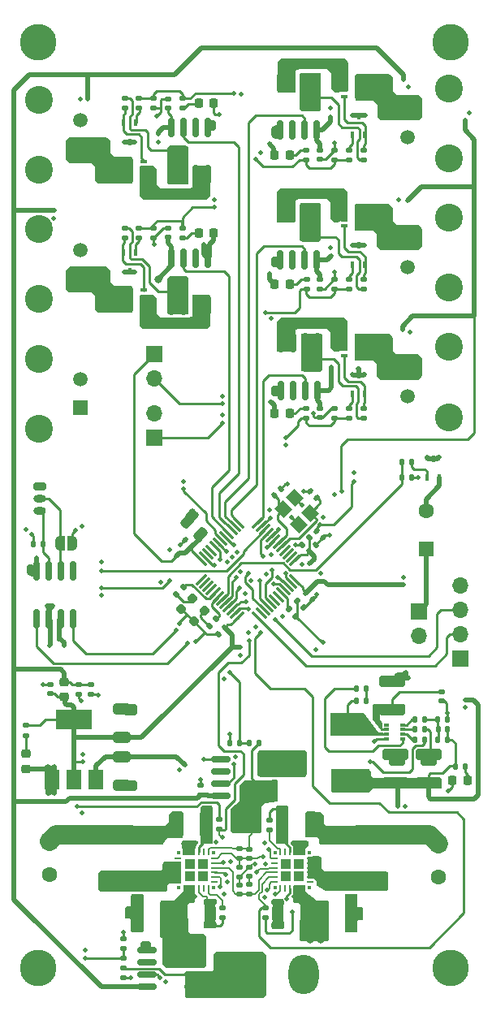
<source format=gtl>
G04 #@! TF.GenerationSoftware,KiCad,Pcbnew,(6.0.6)*
G04 #@! TF.CreationDate,2023-02-05T11:57:00-05:00*
G04 #@! TF.ProjectId,KXRPowerBoardV2,4b585250-6f77-4657-9242-6f6172645632,rev?*
G04 #@! TF.SameCoordinates,Original*
G04 #@! TF.FileFunction,Copper,L1,Top*
G04 #@! TF.FilePolarity,Positive*
%FSLAX46Y46*%
G04 Gerber Fmt 4.6, Leading zero omitted, Abs format (unit mm)*
G04 Created by KiCad (PCBNEW (6.0.6)) date 2023-02-05 11:57:00*
%MOMM*%
%LPD*%
G01*
G04 APERTURE LIST*
G04 Aperture macros list*
%AMRoundRect*
0 Rectangle with rounded corners*
0 $1 Rounding radius*
0 $2 $3 $4 $5 $6 $7 $8 $9 X,Y pos of 4 corners*
0 Add a 4 corners polygon primitive as box body*
4,1,4,$2,$3,$4,$5,$6,$7,$8,$9,$2,$3,0*
0 Add four circle primitives for the rounded corners*
1,1,$1+$1,$2,$3*
1,1,$1+$1,$4,$5*
1,1,$1+$1,$6,$7*
1,1,$1+$1,$8,$9*
0 Add four rect primitives between the rounded corners*
20,1,$1+$1,$2,$3,$4,$5,0*
20,1,$1+$1,$4,$5,$6,$7,0*
20,1,$1+$1,$6,$7,$8,$9,0*
20,1,$1+$1,$8,$9,$2,$3,0*%
%AMRotRect*
0 Rectangle, with rotation*
0 The origin of the aperture is its center*
0 $1 length*
0 $2 width*
0 $3 Rotation angle, in degrees counterclockwise*
0 Add horizontal line*
21,1,$1,$2,0,0,$3*%
%AMFreePoly0*
4,1,17,1.395000,0.765000,0.855000,0.765000,0.855000,0.535000,1.395000,0.535000,1.395000,0.115000,0.855000,0.115000,0.855000,-0.115000,1.395000,-0.115000,1.395000,-0.535000,0.855000,-0.535000,0.855000,-0.765000,1.395000,-0.765000,1.395000,-1.185000,-0.855000,-1.185000,-0.855000,1.185000,1.395000,1.185000,1.395000,0.765000,1.395000,0.765000,$1*%
%AMFreePoly1*
4,1,22,0.500000,-0.750000,0.000000,-0.750000,0.000000,-0.745033,-0.079941,-0.743568,-0.215256,-0.701293,-0.333266,-0.622738,-0.424486,-0.514219,-0.481581,-0.384460,-0.499164,-0.250000,-0.500000,-0.250000,-0.500000,0.250000,-0.499164,0.250000,-0.499963,0.256109,-0.478152,0.396186,-0.417904,0.524511,-0.324060,0.630769,-0.204165,0.706417,-0.067858,0.745374,0.000000,0.744959,0.000000,0.750000,
0.500000,0.750000,0.500000,-0.750000,0.500000,-0.750000,$1*%
%AMFreePoly2*
4,1,20,0.000000,0.744959,0.073905,0.744508,0.209726,0.703889,0.328688,0.626782,0.421226,0.519385,0.479903,0.390333,0.500000,0.250000,0.500000,-0.250000,0.499851,-0.262216,0.476331,-0.402017,0.414519,-0.529596,0.319384,-0.634700,0.198574,-0.708877,0.061801,-0.746166,0.000000,-0.745033,0.000000,-0.750000,-0.500000,-0.750000,-0.500000,0.750000,0.000000,0.750000,0.000000,0.744959,
0.000000,0.744959,$1*%
G04 Aperture macros list end*
G04 #@! TA.AperFunction,SMDPad,CuDef*
%ADD10RoundRect,0.135000X-0.185000X0.135000X-0.185000X-0.135000X0.185000X-0.135000X0.185000X0.135000X0*%
G04 #@! TD*
G04 #@! TA.AperFunction,SMDPad,CuDef*
%ADD11RoundRect,0.140000X0.170000X-0.140000X0.170000X0.140000X-0.170000X0.140000X-0.170000X-0.140000X0*%
G04 #@! TD*
G04 #@! TA.AperFunction,ComponentPad*
%ADD12R,1.520000X1.520000*%
G04 #@! TD*
G04 #@! TA.AperFunction,ComponentPad*
%ADD13C,1.520000*%
G04 #@! TD*
G04 #@! TA.AperFunction,ComponentPad*
%ADD14C,2.910000*%
G04 #@! TD*
G04 #@! TA.AperFunction,ComponentPad*
%ADD15R,1.700000X1.700000*%
G04 #@! TD*
G04 #@! TA.AperFunction,ComponentPad*
%ADD16O,1.700000X1.700000*%
G04 #@! TD*
G04 #@! TA.AperFunction,SMDPad,CuDef*
%ADD17RoundRect,0.135000X0.135000X0.185000X-0.135000X0.185000X-0.135000X-0.185000X0.135000X-0.185000X0*%
G04 #@! TD*
G04 #@! TA.AperFunction,SMDPad,CuDef*
%ADD18R,0.450000X0.700000*%
G04 #@! TD*
G04 #@! TA.AperFunction,SMDPad,CuDef*
%ADD19RoundRect,0.140000X0.219203X0.021213X0.021213X0.219203X-0.219203X-0.021213X-0.021213X-0.219203X0*%
G04 #@! TD*
G04 #@! TA.AperFunction,SMDPad,CuDef*
%ADD20RoundRect,0.135000X0.185000X-0.135000X0.185000X0.135000X-0.185000X0.135000X-0.185000X-0.135000X0*%
G04 #@! TD*
G04 #@! TA.AperFunction,SMDPad,CuDef*
%ADD21RoundRect,0.140000X-0.219203X-0.021213X-0.021213X-0.219203X0.219203X0.021213X0.021213X0.219203X0*%
G04 #@! TD*
G04 #@! TA.AperFunction,SMDPad,CuDef*
%ADD22RoundRect,0.135000X-0.135000X-0.185000X0.135000X-0.185000X0.135000X0.185000X-0.135000X0.185000X0*%
G04 #@! TD*
G04 #@! TA.AperFunction,SMDPad,CuDef*
%ADD23RoundRect,0.218750X0.026517X-0.335876X0.335876X-0.026517X-0.026517X0.335876X-0.335876X0.026517X0*%
G04 #@! TD*
G04 #@! TA.AperFunction,SMDPad,CuDef*
%ADD24RoundRect,0.140000X-0.170000X0.140000X-0.170000X-0.140000X0.170000X-0.140000X0.170000X0.140000X0*%
G04 #@! TD*
G04 #@! TA.AperFunction,SMDPad,CuDef*
%ADD25RoundRect,0.250000X-0.325000X-0.650000X0.325000X-0.650000X0.325000X0.650000X-0.325000X0.650000X0*%
G04 #@! TD*
G04 #@! TA.AperFunction,SMDPad,CuDef*
%ADD26RoundRect,0.135000X-0.035355X0.226274X-0.226274X0.035355X0.035355X-0.226274X0.226274X-0.035355X0*%
G04 #@! TD*
G04 #@! TA.AperFunction,SMDPad,CuDef*
%ADD27RoundRect,0.250000X0.325000X1.100000X-0.325000X1.100000X-0.325000X-1.100000X0.325000X-1.100000X0*%
G04 #@! TD*
G04 #@! TA.AperFunction,SMDPad,CuDef*
%ADD28RoundRect,0.140000X0.140000X0.170000X-0.140000X0.170000X-0.140000X-0.170000X0.140000X-0.170000X0*%
G04 #@! TD*
G04 #@! TA.AperFunction,SMDPad,CuDef*
%ADD29R,0.700000X0.420000*%
G04 #@! TD*
G04 #@! TA.AperFunction,SMDPad,CuDef*
%ADD30FreePoly0,180.000000*%
G04 #@! TD*
G04 #@! TA.AperFunction,SMDPad,CuDef*
%ADD31RoundRect,0.218750X0.218750X0.256250X-0.218750X0.256250X-0.218750X-0.256250X0.218750X-0.256250X0*%
G04 #@! TD*
G04 #@! TA.AperFunction,SMDPad,CuDef*
%ADD32FreePoly0,0.000000*%
G04 #@! TD*
G04 #@! TA.AperFunction,SMDPad,CuDef*
%ADD33RoundRect,0.150000X0.825000X0.150000X-0.825000X0.150000X-0.825000X-0.150000X0.825000X-0.150000X0*%
G04 #@! TD*
G04 #@! TA.AperFunction,SMDPad,CuDef*
%ADD34R,1.500000X2.000000*%
G04 #@! TD*
G04 #@! TA.AperFunction,SMDPad,CuDef*
%ADD35R,3.800000X2.000000*%
G04 #@! TD*
G04 #@! TA.AperFunction,ComponentPad*
%ADD36C,3.800000*%
G04 #@! TD*
G04 #@! TA.AperFunction,SMDPad,CuDef*
%ADD37RoundRect,0.250000X-0.512652X-0.159099X-0.159099X-0.512652X0.512652X0.159099X0.159099X0.512652X0*%
G04 #@! TD*
G04 #@! TA.AperFunction,SMDPad,CuDef*
%ADD38RoundRect,0.250000X-0.325000X-1.100000X0.325000X-1.100000X0.325000X1.100000X-0.325000X1.100000X0*%
G04 #@! TD*
G04 #@! TA.AperFunction,SMDPad,CuDef*
%ADD39RoundRect,0.218750X0.256250X-0.218750X0.256250X0.218750X-0.256250X0.218750X-0.256250X-0.218750X0*%
G04 #@! TD*
G04 #@! TA.AperFunction,ComponentPad*
%ADD40R,1.600000X1.600000*%
G04 #@! TD*
G04 #@! TA.AperFunction,ComponentPad*
%ADD41C,1.600000*%
G04 #@! TD*
G04 #@! TA.AperFunction,SMDPad,CuDef*
%ADD42RoundRect,0.140000X0.021213X-0.219203X0.219203X-0.021213X-0.021213X0.219203X-0.219203X0.021213X0*%
G04 #@! TD*
G04 #@! TA.AperFunction,SMDPad,CuDef*
%ADD43RoundRect,0.218750X-0.218750X-0.256250X0.218750X-0.256250X0.218750X0.256250X-0.218750X0.256250X0*%
G04 #@! TD*
G04 #@! TA.AperFunction,SMDPad,CuDef*
%ADD44RoundRect,0.135000X-0.226274X-0.035355X-0.035355X-0.226274X0.226274X0.035355X0.035355X0.226274X0*%
G04 #@! TD*
G04 #@! TA.AperFunction,SMDPad,CuDef*
%ADD45R,3.500000X2.450000*%
G04 #@! TD*
G04 #@! TA.AperFunction,SMDPad,CuDef*
%ADD46RoundRect,0.250000X-1.100000X0.325000X-1.100000X-0.325000X1.100000X-0.325000X1.100000X0.325000X0*%
G04 #@! TD*
G04 #@! TA.AperFunction,SMDPad,CuDef*
%ADD47RotRect,1.400000X1.200000X315.000000*%
G04 #@! TD*
G04 #@! TA.AperFunction,SMDPad,CuDef*
%ADD48RoundRect,0.250000X0.325000X0.650000X-0.325000X0.650000X-0.325000X-0.650000X0.325000X-0.650000X0*%
G04 #@! TD*
G04 #@! TA.AperFunction,ComponentPad*
%ADD49RoundRect,0.250000X-1.330000X-1.800000X1.330000X-1.800000X1.330000X1.800000X-1.330000X1.800000X0*%
G04 #@! TD*
G04 #@! TA.AperFunction,ComponentPad*
%ADD50O,3.160000X4.100000*%
G04 #@! TD*
G04 #@! TA.AperFunction,SMDPad,CuDef*
%ADD51RoundRect,0.140000X-0.021213X0.219203X-0.219203X0.021213X0.021213X-0.219203X0.219203X-0.021213X0*%
G04 #@! TD*
G04 #@! TA.AperFunction,SMDPad,CuDef*
%ADD52RoundRect,0.250000X1.100000X-0.325000X1.100000X0.325000X-1.100000X0.325000X-1.100000X-0.325000X0*%
G04 #@! TD*
G04 #@! TA.AperFunction,SMDPad,CuDef*
%ADD53RoundRect,0.150000X0.150000X-0.825000X0.150000X0.825000X-0.150000X0.825000X-0.150000X-0.825000X0*%
G04 #@! TD*
G04 #@! TA.AperFunction,SMDPad,CuDef*
%ADD54FreePoly1,0.000000*%
G04 #@! TD*
G04 #@! TA.AperFunction,SMDPad,CuDef*
%ADD55FreePoly2,0.000000*%
G04 #@! TD*
G04 #@! TA.AperFunction,SMDPad,CuDef*
%ADD56R,6.500000X1.920000*%
G04 #@! TD*
G04 #@! TA.AperFunction,SMDPad,CuDef*
%ADD57RoundRect,0.150000X-0.150000X0.825000X-0.150000X-0.825000X0.150000X-0.825000X0.150000X0.825000X0*%
G04 #@! TD*
G04 #@! TA.AperFunction,SMDPad,CuDef*
%ADD58R,0.250000X0.700000*%
G04 #@! TD*
G04 #@! TA.AperFunction,SMDPad,CuDef*
%ADD59R,0.700000X0.250000*%
G04 #@! TD*
G04 #@! TA.AperFunction,SMDPad,CuDef*
%ADD60R,1.125000X1.125000*%
G04 #@! TD*
G04 #@! TA.AperFunction,SMDPad,CuDef*
%ADD61R,0.375000X0.375000*%
G04 #@! TD*
G04 #@! TA.AperFunction,ComponentPad*
%ADD62RoundRect,0.200000X-0.450000X0.200000X-0.450000X-0.200000X0.450000X-0.200000X0.450000X0.200000X0*%
G04 #@! TD*
G04 #@! TA.AperFunction,ComponentPad*
%ADD63O,1.300000X0.800000*%
G04 #@! TD*
G04 #@! TA.AperFunction,SMDPad,CuDef*
%ADD64RoundRect,0.140000X-0.140000X-0.170000X0.140000X-0.170000X0.140000X0.170000X-0.140000X0.170000X0*%
G04 #@! TD*
G04 #@! TA.AperFunction,SMDPad,CuDef*
%ADD65R,0.475000X0.300000*%
G04 #@! TD*
G04 #@! TA.AperFunction,SMDPad,CuDef*
%ADD66RoundRect,0.218750X-0.256250X0.218750X-0.256250X-0.218750X0.256250X-0.218750X0.256250X0.218750X0*%
G04 #@! TD*
G04 #@! TA.AperFunction,SMDPad,CuDef*
%ADD67RoundRect,0.250000X-0.650000X0.325000X-0.650000X-0.325000X0.650000X-0.325000X0.650000X0.325000X0*%
G04 #@! TD*
G04 #@! TA.AperFunction,SMDPad,CuDef*
%ADD68RoundRect,0.075000X0.415425X0.521491X-0.521491X-0.415425X-0.415425X-0.521491X0.521491X0.415425X0*%
G04 #@! TD*
G04 #@! TA.AperFunction,SMDPad,CuDef*
%ADD69RoundRect,0.075000X-0.415425X0.521491X-0.521491X0.415425X0.415425X-0.521491X0.521491X-0.415425X0*%
G04 #@! TD*
G04 #@! TA.AperFunction,ViaPad*
%ADD70C,0.500000*%
G04 #@! TD*
G04 #@! TA.AperFunction,ViaPad*
%ADD71C,0.800000*%
G04 #@! TD*
G04 #@! TA.AperFunction,Conductor*
%ADD72C,0.500000*%
G04 #@! TD*
G04 #@! TA.AperFunction,Conductor*
%ADD73C,0.250000*%
G04 #@! TD*
G04 #@! TA.AperFunction,Conductor*
%ADD74C,0.150000*%
G04 #@! TD*
G04 #@! TA.AperFunction,Conductor*
%ADD75C,2.000000*%
G04 #@! TD*
G04 APERTURE END LIST*
D10*
X189046000Y-69375000D03*
X189046000Y-70395000D03*
D11*
X207927250Y-89157000D03*
X207927250Y-88197000D03*
D12*
X182930250Y-61145000D03*
D13*
X182930250Y-58145000D03*
D14*
X178610250Y-63295000D03*
X178610250Y-55995000D03*
D15*
X222500000Y-114290000D03*
D16*
X222500000Y-111750000D03*
X222500000Y-109210000D03*
X222500000Y-106670000D03*
D10*
X190546000Y-69375000D03*
X190546000Y-70395000D03*
D17*
X221210000Y-120650000D03*
X220190000Y-120650000D03*
D18*
X219048000Y-95400000D03*
X220348000Y-95400000D03*
X219698000Y-93400000D03*
D19*
X207120411Y-108060411D03*
X206441589Y-107381589D03*
D20*
X206502000Y-75760000D03*
X206502000Y-74740000D03*
D21*
X206889812Y-96810731D03*
X207568634Y-97489553D03*
D10*
X197700000Y-140290000D03*
X197700000Y-141310000D03*
X193546000Y-69375000D03*
X193546000Y-70395000D03*
D22*
X221994000Y-125500000D03*
X223014000Y-125500000D03*
D20*
X212427250Y-62250000D03*
X212427250Y-61230000D03*
D23*
X193441000Y-109141847D03*
X194554694Y-108028153D03*
D11*
X207927250Y-62200000D03*
X207927250Y-61240000D03*
D24*
X200500000Y-136040000D03*
X200500000Y-137000000D03*
D25*
X193500000Y-140825000D03*
X196450000Y-140825000D03*
D22*
X216438000Y-95370000D03*
X217458000Y-95370000D03*
D26*
X197083624Y-110129376D03*
X196362376Y-110850624D03*
D27*
X191818000Y-140825000D03*
X188868000Y-140825000D03*
D28*
X180713000Y-112125000D03*
X179753000Y-112125000D03*
D29*
X189546000Y-64370000D03*
X189546000Y-63720000D03*
X189546000Y-63070000D03*
X189546000Y-62420000D03*
D30*
X187591000Y-63395000D03*
D22*
X217790000Y-122700000D03*
X218810000Y-122700000D03*
D18*
X211277250Y-73197000D03*
X212577250Y-73197000D03*
X211927250Y-71197000D03*
D29*
X189546000Y-77805000D03*
X189546000Y-77155000D03*
X189546000Y-76505000D03*
X189546000Y-75855000D03*
D30*
X187591000Y-76830000D03*
D31*
X196833500Y-69885000D03*
X195258500Y-69885000D03*
D20*
X212427250Y-75760000D03*
X212427250Y-74740000D03*
D29*
X210427250Y-67222000D03*
X210427250Y-67872000D03*
X210427250Y-68522000D03*
X210427250Y-69172000D03*
D32*
X212382250Y-68197000D03*
D33*
X194775000Y-148505000D03*
X194775000Y-147235000D03*
X194775000Y-145965000D03*
X194775000Y-144695000D03*
X189825000Y-144695000D03*
X189825000Y-145965000D03*
X189825000Y-147235000D03*
X189825000Y-148505000D03*
D34*
X179950000Y-126900000D03*
X182250000Y-126900000D03*
D35*
X182250000Y-120600000D03*
D34*
X184550000Y-126900000D03*
D21*
X193816589Y-101939589D03*
X194495411Y-102618411D03*
D12*
X182930250Y-88145000D03*
D13*
X182930250Y-85145000D03*
D14*
X178610250Y-90295000D03*
X178610250Y-82995000D03*
D15*
X190600000Y-91275000D03*
D16*
X190600000Y-88735000D03*
D36*
X221500000Y-50000000D03*
D37*
X194062498Y-99935498D03*
X195406000Y-101279000D03*
D38*
X208192000Y-140825000D03*
X211142000Y-140825000D03*
D28*
X218780000Y-121650000D03*
X217820000Y-121650000D03*
D20*
X206427250Y-62250000D03*
X206427250Y-61230000D03*
D39*
X177250000Y-125787500D03*
X177250000Y-124212500D03*
D40*
X179725000Y-133325000D03*
D41*
X179725000Y-136825000D03*
D24*
X179750000Y-116980000D03*
X179750000Y-117940000D03*
D33*
X202475000Y-128605000D03*
X202475000Y-127335000D03*
X202475000Y-126065000D03*
X202475000Y-124795000D03*
X197525000Y-124795000D03*
X197525000Y-126065000D03*
X197525000Y-127335000D03*
X197525000Y-128605000D03*
D42*
X197272589Y-111718411D03*
X197951411Y-111039589D03*
D31*
X196833500Y-56395000D03*
X195258500Y-56395000D03*
D43*
X203139750Y-88697000D03*
X204714750Y-88697000D03*
D44*
X205506376Y-108224376D03*
X206227624Y-108945624D03*
D15*
X218200000Y-109325000D03*
D16*
X218200000Y-111865000D03*
D45*
X210770000Y-121131000D03*
X210770000Y-126981000D03*
D20*
X210927250Y-75760000D03*
X210927250Y-74740000D03*
D17*
X199510000Y-123100000D03*
X198490000Y-123100000D03*
D10*
X187546000Y-69375000D03*
X187546000Y-70395000D03*
D46*
X215392000Y-116635000D03*
X215392000Y-119585000D03*
D44*
X204637752Y-109133752D03*
X205359000Y-109855000D03*
D47*
X204100365Y-98723365D03*
X205656000Y-100279000D03*
X206858081Y-99076919D03*
X205302446Y-97521284D03*
D48*
X206450000Y-140825000D03*
X203500000Y-140825000D03*
D22*
X220190000Y-122700000D03*
X221210000Y-122700000D03*
D49*
X200512500Y-147225000D03*
D50*
X206212500Y-147225000D03*
D24*
X199500000Y-137860000D03*
X199500000Y-138820000D03*
D20*
X209427250Y-89217000D03*
X209427250Y-88197000D03*
D12*
X217043000Y-56947000D03*
D13*
X217043000Y-59947000D03*
D14*
X221363000Y-54797000D03*
X221363000Y-62097000D03*
D26*
X193654624Y-106827376D03*
X192933376Y-107548624D03*
D18*
X188696000Y-71895000D03*
X187396000Y-71895000D03*
X188046000Y-73895000D03*
D51*
X207495411Y-102439589D03*
X206816589Y-103118411D03*
D10*
X199500000Y-136000000D03*
X199500000Y-137020000D03*
D20*
X210927250Y-62250000D03*
X210927250Y-61230000D03*
X206427250Y-89207000D03*
X206427250Y-88187000D03*
D52*
X215800000Y-127205000D03*
X215800000Y-124255000D03*
D43*
X203139750Y-61740000D03*
X204714750Y-61740000D03*
D10*
X197400000Y-131065000D03*
X197400000Y-132085000D03*
D53*
X178308000Y-110100000D03*
X179578000Y-110100000D03*
X180848000Y-110100000D03*
X182118000Y-110100000D03*
X182118000Y-105150000D03*
X180848000Y-105150000D03*
X179578000Y-105150000D03*
X178308000Y-105150000D03*
D17*
X201510000Y-123100000D03*
X200490000Y-123100000D03*
D54*
X180750000Y-102280000D03*
D55*
X182050000Y-102280000D03*
D56*
X211755000Y-137485000D03*
X211755000Y-132665000D03*
D11*
X207899000Y-75730000D03*
X207899000Y-74770000D03*
D21*
X207566589Y-100939589D03*
X208245411Y-101618411D03*
D57*
X207582250Y-54222000D03*
X206312250Y-54222000D03*
X205042250Y-54222000D03*
X203772250Y-54222000D03*
X203772250Y-59172000D03*
X205042250Y-59172000D03*
X206312250Y-59172000D03*
X207582250Y-59172000D03*
D18*
X211277250Y-86697000D03*
X212577250Y-86697000D03*
X211927250Y-84697000D03*
D10*
X177250000Y-121250000D03*
X177250000Y-122270000D03*
D12*
X217043000Y-70447000D03*
D13*
X217043000Y-73447000D03*
D14*
X221363000Y-68297000D03*
X221363000Y-75597000D03*
D24*
X192046000Y-69405000D03*
X192046000Y-70365000D03*
D58*
X196255000Y-134425000D03*
X195755000Y-134425000D03*
X195255000Y-134425000D03*
X194755000Y-134425000D03*
X194255000Y-134425000D03*
X193755000Y-134425000D03*
D59*
X193105000Y-135075000D03*
X193105000Y-135575000D03*
X193105000Y-136075000D03*
X193105000Y-136575000D03*
X193105000Y-137075000D03*
X193105000Y-137575000D03*
D58*
X193755000Y-138225000D03*
X194255000Y-138225000D03*
X194755000Y-138225000D03*
X195255000Y-138225000D03*
X195755000Y-138225000D03*
X196255000Y-138225000D03*
D59*
X196905000Y-137575000D03*
X196905000Y-137075000D03*
X196905000Y-136575000D03*
X196905000Y-136075000D03*
X196905000Y-135575000D03*
X196905000Y-135075000D03*
D60*
X195667000Y-135662000D03*
X195667000Y-136987000D03*
X194343000Y-135662000D03*
X194343000Y-136987000D03*
D61*
X196818000Y-134512000D03*
X193192000Y-134512000D03*
X193192000Y-138138000D03*
X196818000Y-138138000D03*
D20*
X212427250Y-89207000D03*
X212427250Y-88187000D03*
D17*
X179010000Y-102300000D03*
X177990000Y-102300000D03*
D20*
X187400000Y-144510000D03*
X187400000Y-143490000D03*
D62*
X178700000Y-96350000D03*
D63*
X178700000Y-97600000D03*
X178700000Y-98850000D03*
D51*
X203818634Y-96560731D03*
X203139812Y-97239553D03*
D57*
X207645000Y-81345000D03*
X206375000Y-81345000D03*
X205105000Y-81345000D03*
X203835000Y-81345000D03*
X203835000Y-86295000D03*
X205105000Y-86295000D03*
X206375000Y-86295000D03*
X207645000Y-86295000D03*
D22*
X216438000Y-93800000D03*
X217458000Y-93800000D03*
D12*
X182930250Y-74645000D03*
D13*
X182930250Y-71645000D03*
D14*
X178610250Y-76795000D03*
X178610250Y-69495000D03*
D52*
X219202000Y-127205000D03*
X219202000Y-124255000D03*
D15*
X190600000Y-82525000D03*
D16*
X190600000Y-85065000D03*
D43*
X203139750Y-75250000D03*
X204714750Y-75250000D03*
D11*
X182750000Y-117960000D03*
X182750000Y-117000000D03*
D53*
X192391000Y-63816000D03*
X193661000Y-63816000D03*
X194931000Y-63816000D03*
X196201000Y-63816000D03*
X196201000Y-58866000D03*
X194931000Y-58866000D03*
X193661000Y-58866000D03*
X192391000Y-58866000D03*
D57*
X207582250Y-67775000D03*
X206312250Y-67775000D03*
X205042250Y-67775000D03*
X203772250Y-67775000D03*
X203772250Y-72725000D03*
X205042250Y-72725000D03*
X206312250Y-72725000D03*
X207582250Y-72725000D03*
D64*
X211720000Y-118700000D03*
X212680000Y-118700000D03*
D40*
X218948000Y-102870000D03*
D41*
X218948000Y-98870000D03*
D36*
X221500000Y-146500000D03*
D26*
X206766624Y-101668376D03*
X206045376Y-102389624D03*
D58*
X203755000Y-138225000D03*
X204255000Y-138225000D03*
X204755000Y-138225000D03*
X205255000Y-138225000D03*
X205755000Y-138225000D03*
X206255000Y-138225000D03*
D59*
X206905000Y-137575000D03*
X206905000Y-137075000D03*
X206905000Y-136575000D03*
X206905000Y-136075000D03*
X206905000Y-135575000D03*
X206905000Y-135075000D03*
D58*
X206255000Y-134425000D03*
X205755000Y-134425000D03*
X205255000Y-134425000D03*
X204755000Y-134425000D03*
X204255000Y-134425000D03*
X203755000Y-134425000D03*
D59*
X203105000Y-135075000D03*
X203105000Y-135575000D03*
X203105000Y-136075000D03*
X203105000Y-136575000D03*
X203105000Y-137075000D03*
X203105000Y-137575000D03*
D60*
X204343000Y-136988000D03*
X204343000Y-135663000D03*
X205667000Y-136988000D03*
X205667000Y-135663000D03*
D61*
X203192000Y-138138000D03*
X206818000Y-138138000D03*
X206818000Y-134512000D03*
X203192000Y-134512000D03*
D11*
X200500000Y-135120000D03*
X200500000Y-134160000D03*
D27*
X206980000Y-131575000D03*
X204030000Y-131575000D03*
D10*
X187546000Y-55885000D03*
X187546000Y-56905000D03*
D11*
X220600000Y-118680000D03*
X220600000Y-117720000D03*
D20*
X209427250Y-62250000D03*
X209427250Y-61230000D03*
D10*
X190546000Y-55885000D03*
X190546000Y-56905000D03*
D53*
X192391000Y-77475000D03*
X193661000Y-77475000D03*
X194931000Y-77475000D03*
X196201000Y-77475000D03*
X196201000Y-72525000D03*
X194931000Y-72525000D03*
X193661000Y-72525000D03*
X192391000Y-72525000D03*
D40*
X220225000Y-133575000D03*
D41*
X220225000Y-137075000D03*
D20*
X202200000Y-141310000D03*
X202200000Y-140290000D03*
D56*
X188255000Y-137485000D03*
X188255000Y-132665000D03*
D10*
X199500000Y-134110000D03*
X199500000Y-135130000D03*
D24*
X192046000Y-55895000D03*
X192046000Y-56855000D03*
D10*
X193546000Y-55885000D03*
X193546000Y-56905000D03*
D18*
X188696000Y-58395000D03*
X187396000Y-58395000D03*
X188046000Y-60395000D03*
D24*
X187400000Y-147540000D03*
X187400000Y-148500000D03*
D36*
X178500000Y-146500000D03*
D65*
X214808000Y-121170000D03*
X214808000Y-121670000D03*
X214808000Y-122170000D03*
X214808000Y-122670000D03*
X216484000Y-122670000D03*
X216484000Y-122170000D03*
X216484000Y-121670000D03*
X216484000Y-121170000D03*
D36*
X178500000Y-50000000D03*
D20*
X202600000Y-132110000D03*
X202600000Y-131090000D03*
D23*
X194769153Y-110411847D03*
X195882847Y-109298153D03*
D29*
X210427250Y-53722000D03*
X210427250Y-54372000D03*
X210427250Y-55022000D03*
X210427250Y-55672000D03*
D32*
X212382250Y-54697000D03*
D12*
X217043000Y-83947000D03*
D13*
X217043000Y-86947000D03*
D14*
X221363000Y-81797000D03*
X221363000Y-89097000D03*
D18*
X211277250Y-59697000D03*
X212577250Y-59697000D03*
X211927250Y-57697000D03*
D20*
X187400000Y-146510000D03*
X187400000Y-145490000D03*
D22*
X217790000Y-120650000D03*
X218810000Y-120650000D03*
D66*
X181250000Y-116692500D03*
X181250000Y-118267500D03*
D20*
X210927250Y-89207000D03*
X210927250Y-88187000D03*
D29*
X210427250Y-80722000D03*
X210427250Y-81372000D03*
X210427250Y-82022000D03*
X210427250Y-82672000D03*
D32*
X212382250Y-81697000D03*
D67*
X187250000Y-124525000D03*
X187250000Y-127475000D03*
D11*
X184000000Y-117960000D03*
X184000000Y-117000000D03*
D24*
X195450000Y-127495000D03*
X195450000Y-128455000D03*
D43*
X221716500Y-127000000D03*
X223291500Y-127000000D03*
D38*
X193030000Y-131575000D03*
X195980000Y-131575000D03*
D28*
X221180000Y-121666000D03*
X220220000Y-121666000D03*
D20*
X209427250Y-75760000D03*
X209427250Y-74740000D03*
D10*
X189046000Y-55885000D03*
X189046000Y-56905000D03*
D22*
X211718000Y-117430000D03*
X212738000Y-117430000D03*
D20*
X200500000Y-138830000D03*
X200500000Y-137810000D03*
D67*
X187250000Y-119525000D03*
X187250000Y-122475000D03*
D68*
X205293876Y-104030212D03*
X204940322Y-103676658D03*
X204586769Y-103323105D03*
X204233215Y-102969551D03*
X203879662Y-102615998D03*
X203526109Y-102262445D03*
X203172555Y-101908891D03*
X202819002Y-101555338D03*
X202465449Y-101201785D03*
X202111895Y-100848231D03*
X201758342Y-100494678D03*
X201404788Y-100141124D03*
D69*
X199407212Y-100141124D03*
X199053658Y-100494678D03*
X198700105Y-100848231D03*
X198346551Y-101201785D03*
X197992998Y-101555338D03*
X197639445Y-101908891D03*
X197285891Y-102262445D03*
X196932338Y-102615998D03*
X196578785Y-102969551D03*
X196225231Y-103323105D03*
X195871678Y-103676658D03*
X195518124Y-104030212D03*
D68*
X195518124Y-106027788D03*
X195871678Y-106381342D03*
X196225231Y-106734895D03*
X196578785Y-107088449D03*
X196932338Y-107442002D03*
X197285891Y-107795555D03*
X197639445Y-108149109D03*
X197992998Y-108502662D03*
X198346551Y-108856215D03*
X198700105Y-109209769D03*
X199053658Y-109563322D03*
X199407212Y-109916876D03*
D69*
X201404788Y-109916876D03*
X201758342Y-109563322D03*
X202111895Y-109209769D03*
X202465449Y-108856215D03*
X202819002Y-108502662D03*
X203172555Y-108149109D03*
X203526109Y-107795555D03*
X203879662Y-107442002D03*
X204233215Y-107088449D03*
X204586769Y-106734895D03*
X204940322Y-106381342D03*
X205293876Y-106027788D03*
D70*
X195725000Y-133300000D03*
X219100000Y-93300000D03*
X198500000Y-122100000D03*
X199600000Y-113900000D03*
X202124500Y-139118365D03*
X210825000Y-142500000D03*
X197400000Y-57500000D03*
X216105378Y-66405378D03*
X179000000Y-117000000D03*
X201100000Y-135700000D03*
X203100000Y-86700000D03*
X183060000Y-130370000D03*
X203625000Y-129900000D03*
X198225569Y-104225569D03*
X213544611Y-122943006D03*
X204500000Y-96100000D03*
X211300000Y-84600000D03*
X209400000Y-74000000D03*
X202200000Y-135675500D03*
X185100000Y-107700000D03*
X211425500Y-94900000D03*
X216800000Y-129700000D03*
X179500000Y-125500000D03*
X221210000Y-119910000D03*
X209000000Y-56900000D03*
X216900000Y-115700000D03*
X182900000Y-55900000D03*
X196100000Y-142100000D03*
X204924685Y-99524685D03*
X189175000Y-142500000D03*
X187900000Y-140425000D03*
X208900000Y-101400000D03*
X199700000Y-55400000D03*
X197075500Y-133400000D03*
X215900000Y-125200000D03*
X223000000Y-119360634D03*
X203146794Y-142136176D03*
X203600000Y-100800000D03*
X196400000Y-133300000D03*
X206200000Y-96800000D03*
X204300000Y-133300000D03*
X198600000Y-135400000D03*
X193200000Y-125900000D03*
X188600000Y-119900000D03*
X208949500Y-71400000D03*
X203821794Y-142136176D03*
X200400000Y-109100000D03*
X204400000Y-139300000D03*
X180145167Y-68346010D03*
X188600000Y-127800000D03*
X191293767Y-106293767D03*
X201700000Y-61500000D03*
X217300000Y-80200000D03*
X216600000Y-105800000D03*
X196900000Y-104525500D03*
X212600000Y-57599500D03*
X205650000Y-135675000D03*
X200100000Y-107500000D03*
X202700000Y-87500000D03*
X192254234Y-102902968D03*
X197700000Y-88900000D03*
X190000000Y-144000000D03*
X196400000Y-71100000D03*
X189175000Y-139100000D03*
X209425500Y-97200000D03*
X179400000Y-108780000D03*
X204300000Y-105374500D03*
X202796679Y-78806500D03*
X207518000Y-107569000D03*
X206000000Y-104425500D03*
X187500000Y-60400000D03*
X180200000Y-125500000D03*
X216500000Y-125200000D03*
X196900000Y-66400000D03*
X183400000Y-144700000D03*
X196400000Y-129900000D03*
X177200000Y-100800000D03*
X187500000Y-74000000D03*
X203100000Y-86100000D03*
X207500000Y-113300000D03*
X204369237Y-92000000D03*
X223500000Y-57400000D03*
X203100000Y-73200000D03*
X212100000Y-140500000D03*
X207200000Y-88700000D03*
X194600000Y-98900000D03*
X212100000Y-141175000D03*
X188600000Y-60400000D03*
X188600000Y-74000000D03*
X203100000Y-59100000D03*
X211300000Y-71200000D03*
X196800000Y-58400000D03*
X191000000Y-60400000D03*
X196800000Y-59000000D03*
X215300000Y-125200000D03*
X177600000Y-105280000D03*
X204325000Y-135700000D03*
X177600000Y-104680000D03*
X195650000Y-135675000D03*
X183200000Y-124300000D03*
X195400000Y-126900000D03*
X198725569Y-103725569D03*
X188500000Y-139100000D03*
X197900000Y-138800000D03*
X217100000Y-116300000D03*
X202600000Y-74100000D03*
X178300000Y-103780000D03*
X195000000Y-99300000D03*
X187900000Y-141100000D03*
X196800000Y-139550000D03*
X188500000Y-142500000D03*
X217100000Y-54700000D03*
X199100000Y-124500000D03*
X211500000Y-142500000D03*
X188600000Y-127200000D03*
X204325000Y-136975000D03*
X185100000Y-104200000D03*
X188200000Y-147500000D03*
X183100000Y-100500000D03*
X195725000Y-129900000D03*
X183000000Y-118700000D03*
X200700000Y-106100000D03*
X203846794Y-139586176D03*
X203100000Y-59700000D03*
X203625000Y-133300000D03*
X198275500Y-137575500D03*
X190600000Y-71100000D03*
X212500000Y-71200000D03*
X208200000Y-99500000D03*
X199600000Y-105200000D03*
X206004680Y-98304680D03*
X187400000Y-142800000D03*
X197700000Y-86900000D03*
X203100000Y-72600000D03*
X184800000Y-118100000D03*
X202086740Y-133514961D03*
X195800000Y-124800000D03*
X202800000Y-103400000D03*
X221300000Y-128100000D03*
X211300000Y-57600000D03*
X203146794Y-139586176D03*
X209400000Y-60500000D03*
X202300000Y-105500000D03*
X195650000Y-136950000D03*
X193300000Y-102400000D03*
X211900000Y-84000000D03*
X219800000Y-125200000D03*
X194350000Y-135675000D03*
X220300000Y-93300000D03*
X200400000Y-111600000D03*
X204300000Y-129900000D03*
X195800000Y-71100000D03*
X210825000Y-139100000D03*
X189400000Y-144000000D03*
X197874500Y-116374113D03*
X204000000Y-109900000D03*
X194900000Y-112500000D03*
X202600000Y-60600000D03*
X180000000Y-108780000D03*
X191800000Y-148000000D03*
X201200000Y-111000000D03*
X207928062Y-105384404D03*
X218600000Y-125200000D03*
X190900000Y-57700000D03*
X211500000Y-139100000D03*
X205650000Y-136975000D03*
X179700000Y-112880000D03*
X219200000Y-125200000D03*
X196775000Y-142100000D03*
X212500000Y-84600000D03*
X199288319Y-103162819D03*
X193200000Y-110600000D03*
X202656233Y-98743767D03*
X180200000Y-128300000D03*
X179500000Y-128300000D03*
X188600000Y-119300000D03*
X218100000Y-95400000D03*
X194350000Y-136975000D03*
X196100000Y-139550000D03*
X193700000Y-95800000D03*
D71*
X207400000Y-142700000D03*
D70*
X193675000Y-139075000D03*
X205775000Y-133575000D03*
X206375000Y-133575000D03*
X206375000Y-139075000D03*
D71*
X193100000Y-143600000D03*
X191700000Y-142700000D03*
D70*
X194800000Y-133575000D03*
X194875000Y-139075000D03*
D71*
X192100000Y-143600000D03*
D70*
X194275000Y-139075000D03*
X205775000Y-139075000D03*
D71*
X208000000Y-143600000D03*
D70*
X193625000Y-133575000D03*
X205175000Y-133575000D03*
X194200000Y-133575000D03*
D71*
X193600000Y-142700000D03*
X195100000Y-143600000D03*
X192600000Y-142700000D03*
X206900000Y-143600000D03*
D70*
X205175000Y-139075000D03*
D71*
X206400000Y-142700000D03*
X194100000Y-143600000D03*
X208400000Y-142700000D03*
D70*
X202000000Y-134900000D03*
X202400000Y-138400000D03*
D71*
X200200000Y-130800000D03*
X199000000Y-130800000D03*
D70*
X203200000Y-138800000D03*
D71*
X201300000Y-130800000D03*
X201300000Y-132000000D03*
X199000000Y-132000000D03*
X200200000Y-132000000D03*
D70*
X207800000Y-106200000D03*
X199600000Y-113100000D03*
X205000000Y-140700000D03*
X216600000Y-106600000D03*
X182600000Y-129700000D03*
X183150000Y-125050000D03*
X192900000Y-103600000D03*
X206800000Y-104400000D03*
X207900000Y-100300000D03*
X211425500Y-95800000D03*
X205386624Y-102389624D03*
X202400000Y-102700000D03*
X197700000Y-89750000D03*
D71*
X191000500Y-74700000D03*
D70*
X180200000Y-67500000D03*
X216600000Y-53900000D03*
X209100000Y-83900000D03*
X216500000Y-80000000D03*
X202000000Y-103600000D03*
X209099750Y-72299750D03*
X210200000Y-96800000D03*
X183700000Y-55900000D03*
X223000000Y-58100000D03*
X217000000Y-66500000D03*
X209000000Y-57800000D03*
X191000000Y-59600000D03*
X181200000Y-112900000D03*
X216000000Y-129700000D03*
X223000000Y-118600000D03*
X193800000Y-125400000D03*
D71*
X204600000Y-124500000D03*
X193600000Y-75900000D03*
X206500000Y-83000000D03*
X207500000Y-56700000D03*
X207500000Y-69400000D03*
X205900000Y-125800000D03*
X207500000Y-55800000D03*
X204600000Y-125800000D03*
X193600000Y-62200000D03*
X206400000Y-55800000D03*
X206400000Y-70300000D03*
X205900000Y-124500000D03*
X193600000Y-61300000D03*
D70*
X213700000Y-120000000D03*
D71*
X207600000Y-83900000D03*
X207600000Y-83000000D03*
X192500000Y-62200000D03*
X206400000Y-56700000D03*
X206500000Y-83900000D03*
X192500000Y-74900000D03*
X206400000Y-69400000D03*
D70*
X213700000Y-119400000D03*
D71*
X192500000Y-75900000D03*
X193600000Y-74900000D03*
D70*
X213100000Y-125000000D03*
D71*
X192500000Y-61300000D03*
X207500000Y-70300000D03*
D70*
X203200000Y-110200000D03*
X200200000Y-108300000D03*
X208200000Y-112600000D03*
X197700000Y-87700000D03*
X182400000Y-100900000D03*
X177800000Y-101300000D03*
X201700000Y-111600000D03*
X203100000Y-106500000D03*
X203500000Y-105800000D03*
X197700000Y-132900000D03*
X200500000Y-112400500D03*
X197800000Y-135500000D03*
X201600000Y-106100000D03*
X202184000Y-78232000D03*
X197500000Y-103900000D03*
X196900000Y-67200000D03*
X192250000Y-106150000D03*
X185100000Y-106900000D03*
X198900000Y-102400000D03*
X183400000Y-145500000D03*
X198120000Y-103124000D03*
X198900000Y-55300000D03*
X201168000Y-62230000D03*
X200400000Y-105400000D03*
X204343000Y-91200000D03*
X202900000Y-105000000D03*
X202588432Y-134154384D03*
X197500000Y-138100000D03*
X198100000Y-136800000D03*
X201300000Y-136500000D03*
X191200000Y-147500000D03*
X185100000Y-105100000D03*
X202700000Y-99600000D03*
X198900000Y-125300000D03*
X193700000Y-96600000D03*
X198500000Y-115700000D03*
X192900000Y-111300000D03*
X199124431Y-105824431D03*
X194100000Y-112700000D03*
X199500000Y-106900000D03*
D72*
X216027000Y-116000000D02*
X215392000Y-116635000D01*
X180200000Y-128300000D02*
X180200000Y-127150000D01*
X177800000Y-105480000D02*
X177978000Y-105480000D01*
X219800000Y-125200000D02*
X219800000Y-124853000D01*
D73*
X199621595Y-108995385D02*
X199053658Y-109563322D01*
D72*
X217100000Y-116300000D02*
X215727000Y-116300000D01*
X219200000Y-125200000D02*
X219200000Y-124257000D01*
X212403000Y-84697000D02*
X212500000Y-84600000D01*
X194600000Y-98900000D02*
X194800000Y-99100000D01*
D73*
X188160000Y-147540000D02*
X188200000Y-147500000D01*
D72*
X211927250Y-84697000D02*
X211927250Y-84027250D01*
X187250000Y-127475000D02*
X187675000Y-127475000D01*
X179753000Y-112125000D02*
X179753000Y-110275000D01*
D73*
X191300000Y-57000000D02*
X191300000Y-56000000D01*
X203000000Y-129900000D02*
X203625000Y-129900000D01*
D72*
X178069000Y-104911000D02*
X178308000Y-105150000D01*
X179578000Y-108958000D02*
X179400000Y-108780000D01*
D73*
X221210000Y-119910000D02*
X221100000Y-119800000D01*
X207200000Y-89000000D02*
X207200000Y-88700000D01*
X195450000Y-126950000D02*
X195450000Y-127495000D01*
D72*
X188041000Y-60400000D02*
X188046000Y-60395000D01*
X194062498Y-99935498D02*
X194062498Y-99837502D01*
X179578000Y-109202000D02*
X180000000Y-108780000D01*
D73*
X206879081Y-96800000D02*
X206889812Y-96810731D01*
D72*
X219200000Y-125200000D02*
X218728500Y-124728500D01*
X177600000Y-104680000D02*
X177600000Y-105280000D01*
D73*
X219150000Y-121650000D02*
X219405000Y-121905000D01*
X204300000Y-133513173D02*
X204300000Y-133300000D01*
D72*
X216900000Y-116100000D02*
X216900000Y-115700000D01*
X218600000Y-125200000D02*
X218600000Y-124857000D01*
D73*
X208457250Y-62200000D02*
X207927250Y-62200000D01*
D72*
X203200000Y-59800000D02*
X203400000Y-59800000D01*
D73*
X195400000Y-126900000D02*
X195450000Y-126950000D01*
D72*
X203100000Y-59100000D02*
X203100000Y-59700000D01*
X196400000Y-71200000D02*
X196400000Y-71100000D01*
X188600000Y-74000000D02*
X188151000Y-74000000D01*
D73*
X191205000Y-56905000D02*
X191300000Y-57000000D01*
D72*
X219200000Y-124257000D02*
X219202000Y-124255000D01*
D73*
X197700000Y-141900000D02*
X197500000Y-142100000D01*
D72*
X203100000Y-86300000D02*
X203100000Y-86700000D01*
X190000000Y-144000000D02*
X190000000Y-144520000D01*
X216600000Y-116000000D02*
X216027000Y-116000000D01*
D73*
X218780000Y-121650000D02*
X219150000Y-121650000D01*
X204755000Y-133968173D02*
X204300000Y-133513173D01*
D72*
X196400000Y-71100000D02*
X196833500Y-70666500D01*
X203100000Y-59100000D02*
X203300000Y-58900000D01*
D73*
X221210000Y-120650000D02*
X221210000Y-119910000D01*
D72*
X187941000Y-74000000D02*
X188046000Y-73895000D01*
X180200000Y-126650000D02*
X179950000Y-126900000D01*
D73*
X195878653Y-111521347D02*
X194769153Y-110411847D01*
D72*
X178308000Y-105150000D02*
X178308000Y-103788000D01*
D74*
X195255000Y-138225000D02*
X195255000Y-138655000D01*
D72*
X196100000Y-71500000D02*
X196400000Y-71200000D01*
X217100000Y-116300000D02*
X216900000Y-116100000D01*
X188100000Y-127200000D02*
X188600000Y-127200000D01*
X216500000Y-124855000D02*
X216372500Y-124727500D01*
X202600000Y-60600000D02*
X203100000Y-61100000D01*
X203100000Y-72600000D02*
X203647250Y-72600000D01*
D73*
X200400000Y-109100000D02*
X200295385Y-108995385D01*
X219405000Y-124052000D02*
X219202000Y-124255000D01*
D72*
X203640000Y-86100000D02*
X203835000Y-86295000D01*
D73*
X184000000Y-117960000D02*
X184660000Y-117960000D01*
D72*
X203100000Y-86700000D02*
X203430000Y-86700000D01*
X211927250Y-84697000D02*
X211397000Y-84697000D01*
D73*
X195255000Y-134425000D02*
X195255000Y-133945000D01*
D72*
X177978000Y-105480000D02*
X178308000Y-105150000D01*
X219800000Y-124853000D02*
X219202000Y-124255000D01*
D73*
X209400000Y-60500000D02*
X209400000Y-61202750D01*
D72*
X196833500Y-70666500D02*
X196833500Y-69885000D01*
D73*
X207518000Y-107662822D02*
X207120411Y-108060411D01*
D72*
X187675000Y-127475000D02*
X188000000Y-127800000D01*
X188600000Y-127200000D02*
X188000000Y-127800000D01*
D73*
X207927250Y-89157000D02*
X208143000Y-89157000D01*
X179750000Y-116980000D02*
X179020000Y-116980000D01*
X187400000Y-142800000D02*
X187400000Y-143490000D01*
D72*
X194800000Y-99100000D02*
X195000000Y-99300000D01*
D74*
X195700000Y-139100000D02*
X196000000Y-139100000D01*
D73*
X221100000Y-119800000D02*
X221100000Y-118900000D01*
X204924685Y-99524685D02*
X204924685Y-99547685D01*
X209400000Y-74712750D02*
X209427250Y-74740000D01*
D72*
X211927250Y-71197000D02*
X212497000Y-71197000D01*
X203100000Y-72600000D02*
X203100000Y-73200000D01*
D73*
X206200000Y-96800000D02*
X206879081Y-96800000D01*
D72*
X215900000Y-125200000D02*
X215645000Y-125200000D01*
D73*
X193499153Y-109141847D02*
X194028653Y-109671347D01*
D72*
X203139750Y-88697000D02*
X203139750Y-87839750D01*
X179500000Y-127350000D02*
X179950000Y-126900000D01*
X195800000Y-71100000D02*
X195800000Y-71200000D01*
D73*
X191300000Y-56000000D02*
X191405000Y-55895000D01*
X217458000Y-95370000D02*
X218070000Y-95370000D01*
D72*
X195800000Y-71100000D02*
X195800000Y-72124000D01*
X219659000Y-93400000D02*
X220141000Y-93400000D01*
X196667000Y-58400000D02*
X196201000Y-58866000D01*
D73*
X207357000Y-89157000D02*
X207200000Y-89000000D01*
D72*
X177600000Y-105280000D02*
X177800000Y-105480000D01*
X212600000Y-57599500D02*
X212024750Y-57599500D01*
X187625000Y-119900000D02*
X187250000Y-119525000D01*
X216500000Y-125200000D02*
X216500000Y-124855000D01*
D73*
X209427250Y-61230000D02*
X208457250Y-62200000D01*
X221210000Y-119910000D02*
X221220000Y-119900000D01*
X202600000Y-131090000D02*
X202600000Y-130300000D01*
D72*
X196800000Y-58400000D02*
X196667000Y-58400000D01*
X203628000Y-59172000D02*
X203100000Y-59700000D01*
X203100000Y-86100000D02*
X203640000Y-86100000D01*
D73*
X179020000Y-116980000D02*
X179000000Y-117000000D01*
X206235198Y-108945624D02*
X207120411Y-108060411D01*
X190546000Y-71046000D02*
X190546000Y-70395000D01*
X221716500Y-127683500D02*
X221300000Y-128100000D01*
X219405000Y-121905000D02*
X219405000Y-124052000D01*
D72*
X179800000Y-125800000D02*
X179900000Y-125800000D01*
X202600000Y-74100000D02*
X202600000Y-74710250D01*
D73*
X197700000Y-141310000D02*
X197700000Y-141900000D01*
D72*
X219181000Y-93400000D02*
X219061000Y-93280000D01*
X188600000Y-119900000D02*
X188000000Y-119300000D01*
X203100000Y-61100000D02*
X203100000Y-61700250D01*
X212497000Y-71197000D02*
X212500000Y-71200000D01*
X215300000Y-125200000D02*
X215300000Y-124855000D01*
D73*
X204279365Y-96100000D02*
X204500000Y-96100000D01*
D72*
X179400000Y-108780000D02*
X180000000Y-108780000D01*
X215300000Y-124855000D02*
X215900000Y-124255000D01*
D74*
X195255000Y-138655000D02*
X195700000Y-139100000D01*
D72*
X212024750Y-57599500D02*
X211927250Y-57697000D01*
D73*
X194028653Y-109671347D02*
X193200000Y-110500000D01*
D72*
X187825000Y-127475000D02*
X188100000Y-127200000D01*
D73*
X208500000Y-101400000D02*
X208281589Y-101618411D01*
D72*
X188600000Y-119900000D02*
X188600000Y-119300000D01*
X203835000Y-86295000D02*
X203830000Y-86300000D01*
D73*
X191300000Y-57000000D02*
X191300000Y-57300000D01*
D74*
X201100000Y-135700000D02*
X200840000Y-135700000D01*
D72*
X179900000Y-125800000D02*
X180200000Y-125500000D01*
X203100000Y-59700000D02*
X203200000Y-59800000D01*
D73*
X195255000Y-133945000D02*
X195725000Y-133475000D01*
D72*
X219200000Y-125200000D02*
X219547000Y-124853000D01*
X211830250Y-57600000D02*
X211927250Y-57697000D01*
X216372500Y-124727500D02*
X215900000Y-124255000D01*
X211303000Y-71197000D02*
X211300000Y-71200000D01*
D73*
X190546000Y-70395000D02*
X191536000Y-69405000D01*
D72*
X187250000Y-127475000D02*
X187825000Y-127475000D01*
D73*
X196075717Y-111718411D02*
X195878653Y-111521347D01*
X208281589Y-101618411D02*
X208245411Y-101618411D01*
X206004680Y-98304680D02*
X205302446Y-97602446D01*
D72*
X211300000Y-57600000D02*
X211830250Y-57600000D01*
X188600000Y-127800000D02*
X188600000Y-127200000D01*
D73*
X200295385Y-108995385D02*
X199621595Y-108995385D01*
D72*
X194062498Y-99935498D02*
X194062498Y-99437502D01*
X202800000Y-87500000D02*
X202759000Y-87500000D01*
D73*
X207495411Y-102439589D02*
X207495411Y-102368411D01*
D74*
X200840000Y-135700000D02*
X200500000Y-136040000D01*
D72*
X203172000Y-59172000D02*
X203100000Y-59100000D01*
X179500000Y-126450000D02*
X179950000Y-126900000D01*
X179578000Y-110100000D02*
X179578000Y-108958000D01*
D73*
X203818634Y-96560731D02*
X204279365Y-96100000D01*
D72*
X203830000Y-86300000D02*
X203100000Y-86300000D01*
D73*
X205302446Y-97602446D02*
X205302446Y-97521284D01*
X202600000Y-130300000D02*
X203000000Y-129900000D01*
D72*
X179753000Y-110275000D02*
X179578000Y-110100000D01*
D73*
X218070000Y-95370000D02*
X218100000Y-95400000D01*
D74*
X196100000Y-139200000D02*
X196100000Y-139550000D01*
D73*
X204755000Y-134425000D02*
X204755000Y-133968173D01*
X202819002Y-101555338D02*
X202844662Y-101555338D01*
X195725000Y-133475000D02*
X195725000Y-133300000D01*
X193760411Y-101939589D02*
X193300000Y-102400000D01*
X197000000Y-57500000D02*
X197400000Y-57500000D01*
D72*
X190000000Y-144520000D02*
X189825000Y-144695000D01*
D73*
X204400000Y-139036827D02*
X204755000Y-138681827D01*
D72*
X195800000Y-71200000D02*
X196100000Y-71500000D01*
D73*
X191405000Y-55895000D02*
X192046000Y-55895000D01*
X191300000Y-57300000D02*
X190900000Y-57700000D01*
D72*
X203139750Y-87839750D02*
X202800000Y-87500000D01*
X177600000Y-104680000D02*
X177838000Y-104680000D01*
X187475000Y-119300000D02*
X187250000Y-119525000D01*
D73*
X209427250Y-74740000D02*
X209360000Y-74740000D01*
X204300000Y-105741020D02*
X204940322Y-106381342D01*
D72*
X188000000Y-119300000D02*
X187475000Y-119300000D01*
X194062498Y-99935498D02*
X194364502Y-99935498D01*
X203100000Y-73200000D02*
X203297250Y-73200000D01*
X177250000Y-125787500D02*
X179212500Y-125787500D01*
X189400000Y-144000000D02*
X189400000Y-144270000D01*
D73*
X208370000Y-75730000D02*
X207899000Y-75730000D01*
D72*
X219659000Y-93400000D02*
X219181000Y-93400000D01*
X195800000Y-72124000D02*
X196201000Y-72525000D01*
X218600000Y-124857000D02*
X218728500Y-124728500D01*
X203400000Y-59400000D02*
X203172000Y-59172000D01*
X194062498Y-99437502D02*
X194600000Y-98900000D01*
D73*
X208143000Y-89157000D02*
X209103000Y-88197000D01*
X193441000Y-109141847D02*
X193499153Y-109141847D01*
X208900000Y-101400000D02*
X208500000Y-101400000D01*
X209400000Y-61202750D02*
X209427250Y-61230000D01*
X195805000Y-124795000D02*
X195800000Y-124800000D01*
D72*
X189400000Y-144270000D02*
X189825000Y-144695000D01*
X188600000Y-119900000D02*
X187625000Y-119900000D01*
X196400000Y-71100000D02*
X196400000Y-72326000D01*
D73*
X209400000Y-74000000D02*
X209400000Y-74712750D01*
D72*
X179600000Y-128300000D02*
X179900000Y-128000000D01*
X215900000Y-125200000D02*
X216372500Y-124727500D01*
X203772250Y-59172000D02*
X203628000Y-59172000D01*
X188595000Y-60395000D02*
X188600000Y-60400000D01*
D73*
X204924685Y-99547685D02*
X205656000Y-100279000D01*
D72*
X179753000Y-112125000D02*
X179753000Y-112827000D01*
D73*
X184660000Y-117960000D02*
X184800000Y-118100000D01*
D72*
X211927250Y-84027250D02*
X211900000Y-84000000D01*
X188046000Y-60395000D02*
X188595000Y-60395000D01*
X203400000Y-59800000D02*
X203400000Y-59400000D01*
X215900000Y-125200000D02*
X215300000Y-125200000D01*
X203100000Y-86100000D02*
X203100000Y-86300000D01*
D73*
X204755000Y-138681827D02*
X204755000Y-138225000D01*
D72*
X194364502Y-99935498D02*
X195000000Y-99300000D01*
D73*
X198490000Y-123100000D02*
X198490000Y-122210000D01*
X190600000Y-71100000D02*
X190546000Y-71046000D01*
X202844662Y-101555338D02*
X203600000Y-100800000D01*
D72*
X219547000Y-124853000D02*
X219800000Y-124853000D01*
D74*
X196000000Y-139100000D02*
X196100000Y-139200000D01*
D72*
X211927250Y-71197000D02*
X211303000Y-71197000D01*
D73*
X197272589Y-111718411D02*
X196075717Y-111718411D01*
X206227624Y-108945624D02*
X206235198Y-108945624D01*
D72*
X188151000Y-74000000D02*
X188046000Y-73895000D01*
X203100000Y-61700250D02*
X203139750Y-61740000D01*
X203430000Y-86700000D02*
X203835000Y-86295000D01*
X179900000Y-128000000D02*
X180200000Y-128300000D01*
D73*
X209360000Y-74740000D02*
X208370000Y-75730000D01*
D72*
X203300000Y-58900000D02*
X203500250Y-58900000D01*
X203772250Y-59172000D02*
X203172000Y-59172000D01*
X177700000Y-105280000D02*
X178069000Y-104911000D01*
D73*
X191536000Y-69405000D02*
X192046000Y-69405000D01*
X221100000Y-118900000D02*
X220880000Y-118680000D01*
D74*
X199500000Y-137020000D02*
X199500000Y-137860000D01*
D72*
X187500000Y-60400000D02*
X188041000Y-60400000D01*
X179500000Y-128300000D02*
X179500000Y-127350000D01*
D73*
X187400000Y-147540000D02*
X188160000Y-147540000D01*
D72*
X188000000Y-127800000D02*
X188600000Y-127800000D01*
D73*
X182750000Y-117960000D02*
X182750000Y-118450000D01*
D72*
X194062498Y-99837502D02*
X194800000Y-99100000D01*
X180200000Y-127150000D02*
X179950000Y-126900000D01*
D73*
X221716500Y-127000000D02*
X221716500Y-127683500D01*
D72*
X220141000Y-93400000D02*
X220261000Y-93280000D01*
X211397000Y-84697000D02*
X211300000Y-84600000D01*
D73*
X197525000Y-124795000D02*
X195805000Y-124795000D01*
X207518000Y-107569000D02*
X207518000Y-107662822D01*
X196833500Y-56395000D02*
X196833500Y-57333500D01*
X214808000Y-122670000D02*
X213817617Y-122670000D01*
D72*
X188600000Y-119300000D02*
X188000000Y-119300000D01*
D73*
X197500000Y-142100000D02*
X196775000Y-142100000D01*
X195876658Y-103676658D02*
X195871678Y-103676658D01*
D72*
X196400000Y-72326000D02*
X196201000Y-72525000D01*
X187500000Y-74000000D02*
X187941000Y-74000000D01*
D73*
X190546000Y-56905000D02*
X191205000Y-56905000D01*
D72*
X215900000Y-125200000D02*
X215900000Y-124255000D01*
X196800000Y-58400000D02*
X196800000Y-59000000D01*
X203297250Y-73200000D02*
X203772250Y-72725000D01*
X179212500Y-125787500D02*
X179500000Y-125500000D01*
X216900000Y-115700000D02*
X216600000Y-116000000D01*
D73*
X182750000Y-118450000D02*
X183000000Y-118700000D01*
D72*
X215645000Y-125200000D02*
X215300000Y-124855000D01*
X218600000Y-125200000D02*
X219800000Y-125200000D01*
X179500000Y-125500000D02*
X179800000Y-125800000D01*
D73*
X207927250Y-89157000D02*
X207357000Y-89157000D01*
X209103000Y-88197000D02*
X209427250Y-88197000D01*
D74*
X200500000Y-136040000D02*
X200480000Y-136040000D01*
D73*
X196833500Y-57333500D02*
X197000000Y-57500000D01*
D72*
X196335000Y-59000000D02*
X196201000Y-58866000D01*
D73*
X220880000Y-118680000D02*
X220600000Y-118680000D01*
X204300000Y-105374500D02*
X204300000Y-105741020D01*
D72*
X202600000Y-74710250D02*
X203139750Y-75250000D01*
X177838000Y-104680000D02*
X178069000Y-104911000D01*
D73*
X193200000Y-110500000D02*
X193200000Y-110600000D01*
D72*
X196800000Y-59000000D02*
X196335000Y-59000000D01*
X211927250Y-84697000D02*
X212403000Y-84697000D01*
X189400000Y-144000000D02*
X190000000Y-144000000D01*
X215900000Y-125200000D02*
X216500000Y-125200000D01*
X179500000Y-128300000D02*
X179600000Y-128300000D01*
D74*
X200480000Y-136040000D02*
X199500000Y-137020000D01*
D73*
X194028653Y-109671347D02*
X194769153Y-110411847D01*
X195878653Y-111521347D02*
X194900000Y-112500000D01*
D72*
X203500250Y-58900000D02*
X203772250Y-59172000D01*
X179500000Y-125500000D02*
X179500000Y-126450000D01*
X180200000Y-125500000D02*
X180200000Y-126650000D01*
X218728500Y-124728500D02*
X219202000Y-124255000D01*
D73*
X204400000Y-139300000D02*
X204400000Y-139036827D01*
X196900000Y-104525500D02*
X196725500Y-104525500D01*
X196725500Y-104525500D02*
X195876658Y-103676658D01*
X213817617Y-122670000D02*
X213544611Y-122943006D01*
D72*
X203647250Y-72600000D02*
X203772250Y-72725000D01*
D73*
X207495411Y-102368411D02*
X208245411Y-101618411D01*
D74*
X200500000Y-137810000D02*
X200500000Y-137000000D01*
X203105000Y-136575000D02*
X202325000Y-136575000D01*
X198800000Y-136500000D02*
X198800000Y-138500000D01*
X199500000Y-138820000D02*
X200490000Y-138820000D01*
X201500000Y-137400000D02*
X201500000Y-138400000D01*
X201500000Y-138400000D02*
X201070000Y-138830000D01*
X198375000Y-136075000D02*
X198800000Y-136500000D01*
X201070000Y-138830000D02*
X200500000Y-138830000D01*
X202325000Y-136575000D02*
X201500000Y-137400000D01*
X200490000Y-138820000D02*
X200500000Y-138830000D01*
X199120000Y-138820000D02*
X199500000Y-138820000D01*
X198800000Y-138500000D02*
X199120000Y-138820000D01*
X196905000Y-136075000D02*
X198375000Y-136075000D01*
X198680000Y-134630000D02*
X199180000Y-135130000D01*
X202000000Y-134900000D02*
X201600000Y-134900000D01*
X201600000Y-134900000D02*
X201380000Y-135120000D01*
X196905000Y-135075000D02*
X197225000Y-135075000D01*
X197225000Y-135075000D02*
X197670000Y-134630000D01*
X202600000Y-138200000D02*
X202400000Y-138400000D01*
X197670000Y-134630000D02*
X198680000Y-134630000D01*
X202825000Y-137575000D02*
X202600000Y-137800000D01*
X199500000Y-135130000D02*
X200490000Y-135130000D01*
X200490000Y-135130000D02*
X200500000Y-135120000D01*
X199180000Y-135130000D02*
X199500000Y-135130000D01*
X201380000Y-135120000D02*
X200500000Y-135120000D01*
X203105000Y-137575000D02*
X202825000Y-137575000D01*
X199500000Y-136000000D02*
X199500000Y-135130000D01*
X202600000Y-137800000D02*
X202600000Y-138200000D01*
X198650000Y-133970000D02*
X198790000Y-134110000D01*
D75*
X188255000Y-132665000D02*
X180385000Y-132665000D01*
D74*
X196255000Y-134425000D02*
X196255000Y-134200000D01*
X200450000Y-134110000D02*
X200500000Y-134160000D01*
X200500000Y-132800000D02*
X200500000Y-134160000D01*
X196255000Y-134200000D02*
X196485000Y-133970000D01*
D75*
X180385000Y-132665000D02*
X179725000Y-133325000D01*
D73*
X200800000Y-123810000D02*
X200800000Y-126790000D01*
D75*
X219315000Y-132665000D02*
X220225000Y-133575000D01*
D74*
X198790000Y-134110000D02*
X199500000Y-134110000D01*
X199500000Y-134110000D02*
X200450000Y-134110000D01*
X201300000Y-132000000D02*
X200500000Y-132800000D01*
D73*
X200800000Y-126790000D02*
X201345000Y-127335000D01*
D74*
X203755000Y-138225000D02*
X203755000Y-138450000D01*
D75*
X211755000Y-132665000D02*
X219315000Y-132665000D01*
D74*
X203755000Y-138450000D02*
X203405000Y-138800000D01*
D73*
X201345000Y-127335000D02*
X202475000Y-127335000D01*
D74*
X203405000Y-138800000D02*
X203200000Y-138800000D01*
X196485000Y-133970000D02*
X198650000Y-133970000D01*
D73*
X201510000Y-123100000D02*
X200800000Y-123810000D01*
X206766624Y-101668376D02*
X206766624Y-103068446D01*
D72*
X181300000Y-118317500D02*
X181250000Y-118267500D01*
X182250000Y-122450000D02*
X182300000Y-122400000D01*
D73*
X197400000Y-131065000D02*
X197400000Y-129500000D01*
X197400000Y-129500000D02*
X197130000Y-129230000D01*
X188500000Y-84625000D02*
X188500000Y-101200000D01*
D72*
X207300000Y-103601822D02*
X206816589Y-103118411D01*
D73*
X197130000Y-129230000D02*
X195488173Y-129230000D01*
X204700000Y-142900000D02*
X202400000Y-142900000D01*
X195018173Y-129700000D02*
X182600000Y-129700000D01*
X206816589Y-103118411D02*
X206535000Y-103400000D01*
X206535000Y-103400000D02*
X205924088Y-103400000D01*
D72*
X187275000Y-122500000D02*
X189300000Y-122500000D01*
X182250000Y-120600000D02*
X182250000Y-119350000D01*
X207800000Y-106200000D02*
X207623178Y-106200000D01*
D73*
X182350000Y-125050000D02*
X182250000Y-124950000D01*
D72*
X187225000Y-122500000D02*
X187250000Y-122475000D01*
X181500000Y-119100000D02*
X181300000Y-118900000D01*
D73*
X183150000Y-125050000D02*
X182350000Y-125050000D01*
D72*
X189300000Y-122500000D02*
X198700000Y-113100000D01*
X193200000Y-103300000D02*
X193813822Y-103300000D01*
D73*
X178650000Y-121250000D02*
X179300000Y-120600000D01*
D72*
X198700000Y-111788178D02*
X197951411Y-111039589D01*
X182250000Y-126900000D02*
X182250000Y-124950000D01*
X207623178Y-106200000D02*
X206441589Y-107381589D01*
D73*
X206121000Y-107061000D02*
X206441589Y-107381589D01*
D72*
X206800000Y-104400000D02*
X207300000Y-103900000D01*
D73*
X180567500Y-118267500D02*
X181250000Y-118267500D01*
D72*
X192900000Y-103600000D02*
X193200000Y-103300000D01*
D73*
X206121000Y-106854912D02*
X206121000Y-107061000D01*
X191400000Y-104100000D02*
X192400000Y-104100000D01*
D72*
X207300000Y-103900000D02*
X207300000Y-103601822D01*
D73*
X192400000Y-104100000D02*
X192900000Y-103600000D01*
X195518124Y-104018124D02*
X194495411Y-102995411D01*
D72*
X193813822Y-103300000D02*
X194495411Y-102618411D01*
X182250000Y-123350000D02*
X182250000Y-120600000D01*
D73*
X205924088Y-103400000D02*
X205293876Y-104030212D01*
D72*
X182250000Y-124950000D02*
X182250000Y-123350000D01*
X182400000Y-122500000D02*
X187225000Y-122500000D01*
D73*
X202400000Y-142900000D02*
X202200000Y-142700000D01*
D72*
X195406000Y-101279000D02*
X195406000Y-101707822D01*
X195406000Y-101707822D02*
X194495411Y-102618411D01*
D73*
X179300000Y-120600000D02*
X182250000Y-120600000D01*
X179750000Y-117940000D02*
X180240000Y-117940000D01*
D72*
X182300000Y-122400000D02*
X182400000Y-122500000D01*
X181300000Y-118900000D02*
X181300000Y-118317500D01*
D73*
X202200000Y-142700000D02*
X202200000Y-141310000D01*
X194495411Y-102995411D02*
X194495411Y-102618411D01*
D72*
X182250000Y-119350000D02*
X182000000Y-119100000D01*
D73*
X198247000Y-110744000D02*
X198580088Y-110744000D01*
X177250000Y-121250000D02*
X178650000Y-121250000D01*
X205000000Y-140700000D02*
X205000000Y-142600000D01*
D72*
X198700000Y-113100000D02*
X199600000Y-113100000D01*
D73*
X205293876Y-106027788D02*
X206121000Y-106854912D01*
X180240000Y-117940000D02*
X180567500Y-118267500D01*
D72*
X208300000Y-106200000D02*
X207800000Y-106200000D01*
D73*
X198580088Y-110744000D02*
X199407212Y-109916876D01*
X206766624Y-103068446D02*
X206816589Y-103118411D01*
X188500000Y-101200000D02*
X191400000Y-104100000D01*
X195488173Y-129230000D02*
X195018173Y-129700000D01*
D72*
X187250000Y-122475000D02*
X187275000Y-122500000D01*
X216600000Y-106600000D02*
X208700000Y-106600000D01*
X208700000Y-106600000D02*
X208300000Y-106200000D01*
X182000000Y-119100000D02*
X181500000Y-119100000D01*
X182250000Y-123350000D02*
X182250000Y-122450000D01*
X198700000Y-113100000D02*
X198700000Y-111788178D01*
D73*
X190600000Y-82525000D02*
X188500000Y-84625000D01*
X197951411Y-111039589D02*
X198247000Y-110744000D01*
X205000000Y-142600000D02*
X204700000Y-142900000D01*
X207899000Y-98044000D02*
X207899000Y-97790000D01*
X207518000Y-99736838D02*
X207518000Y-99866570D01*
X207598553Y-97489553D02*
X207568634Y-97489553D01*
X207899000Y-97790000D02*
X207598553Y-97489553D01*
X207518000Y-98425000D02*
X207899000Y-98044000D01*
X207510000Y-98425000D02*
X207518000Y-98425000D01*
X206858081Y-99076919D02*
X207518000Y-99736838D01*
X204768660Y-101727000D02*
X203879662Y-102615998D01*
X205657570Y-101727000D02*
X204768660Y-101727000D01*
X206858081Y-99076919D02*
X207510000Y-98425000D01*
X207518000Y-99866570D02*
X205657570Y-101727000D01*
X204100365Y-98723365D02*
X203581000Y-98204000D01*
X203581000Y-97680741D02*
X203139812Y-97239553D01*
X203526109Y-102262445D02*
X203537555Y-102262445D01*
X203500000Y-99800000D02*
X203500000Y-99323730D01*
X203500000Y-99323730D02*
X204100365Y-98723365D01*
X204400000Y-100700000D02*
X203500000Y-99800000D01*
X204400000Y-101400000D02*
X204400000Y-100700000D01*
X203537555Y-102262445D02*
X204400000Y-101400000D01*
X203581000Y-98204000D02*
X203581000Y-97680741D01*
X211425500Y-95800000D02*
X211200000Y-96025500D01*
X211200000Y-98400000D02*
X209300000Y-100300000D01*
X196175000Y-91275000D02*
X190600000Y-91275000D01*
X197700000Y-89750000D02*
X197750000Y-89750000D01*
X197700000Y-89750000D02*
X196175000Y-91275000D01*
X202400000Y-102654000D02*
X203145109Y-101908891D01*
X207566589Y-100939589D02*
X207566589Y-100633411D01*
X203145109Y-101908891D02*
X203172555Y-101908891D01*
X211200000Y-96025500D02*
X211200000Y-98400000D01*
X197750000Y-89750000D02*
X197800000Y-89700000D01*
X207566589Y-100633411D02*
X207900000Y-100300000D01*
X202400000Y-102700000D02*
X202400000Y-102654000D01*
X206045376Y-102389624D02*
X205386624Y-102389624D01*
X209300000Y-100300000D02*
X207900000Y-100300000D01*
D72*
X213800000Y-50600000D02*
X216600000Y-53400000D01*
X182500000Y-53400000D02*
X183700000Y-53400000D01*
X209000000Y-57800000D02*
X209000000Y-58300000D01*
X177600000Y-53400000D02*
X182500000Y-53400000D01*
X207900000Y-74769000D02*
X207899000Y-74770000D01*
X176000000Y-128300000D02*
X176000000Y-115400000D01*
X187400000Y-148500000D02*
X185100000Y-148500000D01*
X207582250Y-59172000D02*
X207582250Y-60282250D01*
X176000000Y-115400000D02*
X176000000Y-89200000D01*
X176000000Y-139400000D02*
X176000000Y-128300000D01*
X209100000Y-86000000D02*
X208805000Y-86295000D01*
X181394975Y-129200000D02*
X176000000Y-129200000D01*
X207900000Y-88169750D02*
X207927250Y-88197000D01*
X209099500Y-72300000D02*
X208674500Y-72725000D01*
X208128000Y-59172000D02*
X207582250Y-59172000D01*
X196305000Y-128605000D02*
X197525000Y-128605000D01*
D73*
X223300000Y-91400000D02*
X223950000Y-90750000D01*
D72*
X183700000Y-53400000D02*
X183700000Y-55900000D01*
X216500000Y-80000000D02*
X216500000Y-79600000D01*
X176000000Y-129200000D02*
X176000000Y-128300000D01*
D73*
X202465449Y-101201785D02*
X201736000Y-101931234D01*
D72*
X216600000Y-53400000D02*
X216600000Y-53900000D01*
D73*
X182750000Y-117000000D02*
X184000000Y-117000000D01*
X181250000Y-116692500D02*
X181792500Y-116692500D01*
D72*
X191000000Y-59600000D02*
X191000000Y-59400000D01*
X207645000Y-87345000D02*
X207900000Y-87600000D01*
X216500000Y-79600000D02*
X217550000Y-78550000D01*
X207645000Y-86295000D02*
X207645000Y-87345000D01*
X218450000Y-65050000D02*
X223850000Y-65050000D01*
X176000000Y-115400000D02*
X180900000Y-115400000D01*
D73*
X210200000Y-96800000D02*
X210100000Y-96700000D01*
X192046000Y-57346000D02*
X192400000Y-57700000D01*
D72*
X192400000Y-72516000D02*
X192400000Y-71300000D01*
X176000000Y-66300000D02*
X176000000Y-55000000D01*
D73*
X210800000Y-91400000D02*
X223300000Y-91400000D01*
D72*
X176000000Y-67500000D02*
X180200000Y-67500000D01*
X191000000Y-59400000D02*
X191534000Y-58866000D01*
X195105000Y-128800000D02*
X181794975Y-128800000D01*
X223850000Y-65050000D02*
X223900000Y-65000000D01*
X217000000Y-66500000D02*
X218450000Y-65050000D01*
D73*
X223950000Y-90750000D02*
X223950000Y-78550000D01*
D72*
X217550000Y-78550000D02*
X223950000Y-78550000D01*
D73*
X210100000Y-92100000D02*
X210800000Y-91400000D01*
D72*
X192391000Y-72525000D02*
X192400000Y-72516000D01*
X195450000Y-128455000D02*
X195105000Y-128800000D01*
D73*
X181792500Y-116692500D02*
X182100000Y-117000000D01*
X192400000Y-58857000D02*
X192391000Y-58866000D01*
D72*
X224000000Y-60128077D02*
X224000000Y-78500000D01*
D73*
X201736000Y-101931234D02*
X201736000Y-103336000D01*
D72*
X208805000Y-86295000D02*
X207645000Y-86295000D01*
X207582250Y-72725000D02*
X207582250Y-73882250D01*
X181250000Y-115750000D02*
X181250000Y-116692500D01*
X207900000Y-87600000D02*
X207900000Y-88169750D01*
D73*
X210100000Y-96700000D02*
X210100000Y-92100000D01*
D72*
X207927250Y-60627250D02*
X207927250Y-61240000D01*
X209100000Y-83900000D02*
X209100000Y-86000000D01*
X195500000Y-50600000D02*
X213800000Y-50600000D01*
X207582250Y-73882250D02*
X207900000Y-74200000D01*
X192700000Y-53400000D02*
X195500000Y-50600000D01*
X176000000Y-55000000D02*
X177600000Y-53400000D01*
X196155000Y-128455000D02*
X196305000Y-128605000D01*
X189820000Y-148500000D02*
X189825000Y-148505000D01*
X181794975Y-128800000D02*
X181394975Y-129200000D01*
X180900000Y-115400000D02*
X181250000Y-115750000D01*
X187400000Y-148500000D02*
X189820000Y-148500000D01*
X207900000Y-74200000D02*
X207900000Y-74769000D01*
X224000000Y-78500000D02*
X223950000Y-78550000D01*
D73*
X192046000Y-56855000D02*
X192046000Y-57346000D01*
D72*
X192391000Y-73309500D02*
X192391000Y-72525000D01*
X176000000Y-66300000D02*
X176000000Y-67500000D01*
X192400000Y-71300000D02*
X192046000Y-70946000D01*
X208674500Y-72725000D02*
X207582250Y-72725000D01*
X223000000Y-59128077D02*
X224000000Y-60128077D01*
X191000500Y-74700000D02*
X192391000Y-73309500D01*
X192046000Y-70946000D02*
X192046000Y-70365000D01*
D73*
X201736000Y-103336000D02*
X202000000Y-103600000D01*
X182100000Y-117000000D02*
X182750000Y-117000000D01*
D72*
X183700000Y-53400000D02*
X192700000Y-53400000D01*
X223000000Y-58100000D02*
X223000000Y-59128077D01*
X207582250Y-60282250D02*
X207927250Y-60627250D01*
X185100000Y-148500000D02*
X176000000Y-139400000D01*
X209000000Y-58300000D02*
X208128000Y-59172000D01*
X176000000Y-89200000D02*
X176000000Y-66300000D01*
X195450000Y-128455000D02*
X196155000Y-128455000D01*
X191534000Y-58866000D02*
X192391000Y-58866000D01*
D73*
X192400000Y-57700000D02*
X192400000Y-58857000D01*
D72*
X187250000Y-124525000D02*
X192925000Y-124525000D01*
X192925000Y-124525000D02*
X193800000Y-125400000D01*
X180713000Y-110235000D02*
X180848000Y-110100000D01*
X187225000Y-124500000D02*
X187250000Y-124525000D01*
D73*
X221600000Y-122700000D02*
X221210000Y-122700000D01*
X221180000Y-121666000D02*
X221180000Y-122670000D01*
X221994000Y-123884000D02*
X221994000Y-125476000D01*
X222000000Y-123878000D02*
X221994000Y-123884000D01*
X219400000Y-126200000D02*
X220700000Y-126200000D01*
X219202000Y-126398000D02*
X219400000Y-126200000D01*
X220700000Y-126200000D02*
X221424000Y-125476000D01*
D72*
X216000000Y-127305000D02*
X215900000Y-127205000D01*
D73*
X219202000Y-127205000D02*
X219202000Y-126398000D01*
D72*
X224000000Y-128900000D02*
X219400000Y-128900000D01*
D73*
X222000000Y-123878000D02*
X222000000Y-123100000D01*
D72*
X223000000Y-118600000D02*
X223900000Y-118600000D01*
X218948000Y-102870000D02*
X218948000Y-108577000D01*
X223900000Y-118600000D02*
X224400000Y-119100000D01*
D73*
X222000000Y-123100000D02*
X221600000Y-122700000D01*
X221180000Y-122670000D02*
X221210000Y-122700000D01*
X221424000Y-125476000D02*
X221994000Y-125476000D01*
D72*
X180713000Y-112125000D02*
X181200000Y-112612000D01*
X219400000Y-128900000D02*
X219202000Y-128702000D01*
X185500000Y-124500000D02*
X187225000Y-124500000D01*
X184550000Y-126900000D02*
X184550000Y-125450000D01*
X216000000Y-129700000D02*
X216000000Y-127305000D01*
X219202000Y-128702000D02*
X219202000Y-127205000D01*
X218948000Y-108577000D02*
X218200000Y-109325000D01*
X180713000Y-112125000D02*
X180713000Y-110235000D01*
X184550000Y-125450000D02*
X185500000Y-124500000D01*
X224400000Y-119100000D02*
X224400000Y-128500000D01*
X181200000Y-112612000D02*
X181200000Y-112900000D01*
X224400000Y-128500000D02*
X224000000Y-128900000D01*
D73*
X187546000Y-69375000D02*
X187975000Y-69375000D01*
X188250625Y-72650625D02*
X189347646Y-72650625D01*
X218545000Y-123355000D02*
X217845000Y-123355000D01*
X212000000Y-74000000D02*
X212000000Y-72700000D01*
X211700000Y-89000000D02*
X211700000Y-87700000D01*
X188300000Y-56100000D02*
X188300000Y-57500000D01*
X210250000Y-85850000D02*
X209825000Y-85425000D01*
X209800000Y-72000000D02*
X209800000Y-70600000D01*
X209800000Y-58500000D02*
X210200000Y-58900000D01*
X211800000Y-58900000D02*
X212000000Y-59100000D01*
X217845000Y-123355000D02*
X217500000Y-123700000D01*
X190100000Y-73402979D02*
X190100000Y-75100000D01*
X211700000Y-72400000D02*
X210200000Y-72400000D01*
X211739000Y-60361000D02*
X211739000Y-62039000D01*
X190100000Y-75100000D02*
X191000000Y-76000000D01*
X210200000Y-58900000D02*
X211800000Y-58900000D01*
X217500000Y-123700000D02*
X217500000Y-125800000D01*
X210200000Y-72400000D02*
X209800000Y-72000000D01*
X217500000Y-125800000D02*
X217200000Y-126100000D01*
X212000000Y-72700000D02*
X211700000Y-72400000D01*
X211700000Y-74300000D02*
X212000000Y-74000000D01*
X212000000Y-60100000D02*
X211739000Y-60361000D01*
X218810000Y-123090000D02*
X218545000Y-123355000D01*
X207500000Y-55800000D02*
X209100000Y-55800000D01*
X209825000Y-83525000D02*
X209300000Y-83000000D01*
X211907000Y-89207000D02*
X211700000Y-89000000D01*
X188300000Y-69700000D02*
X188300000Y-70800000D01*
X188085000Y-55885000D02*
X188300000Y-56100000D01*
X213400000Y-125000000D02*
X213100000Y-125000000D01*
X211960000Y-75760000D02*
X211700000Y-75500000D01*
X192400000Y-76000000D02*
X192500000Y-75900000D01*
X214500000Y-126100000D02*
X213400000Y-125000000D01*
X188100000Y-71000000D02*
X188100000Y-72500000D01*
X209800000Y-56500000D02*
X209800000Y-58500000D01*
X189347646Y-72650625D02*
X190100000Y-73402979D01*
X189647000Y-59147000D02*
X189900000Y-59400000D01*
X190300000Y-61300000D02*
X192500000Y-61300000D01*
X212000000Y-62300000D02*
X212377250Y-62300000D01*
X209800000Y-70600000D02*
X209500000Y-70300000D01*
X188100000Y-57700000D02*
X188100000Y-59024000D01*
X215392000Y-118508000D02*
X215392000Y-119585000D01*
X211700000Y-75500000D02*
X211700000Y-74300000D01*
X211900000Y-86100000D02*
X211650000Y-85850000D01*
X209300000Y-83000000D02*
X207600000Y-83000000D01*
X189900000Y-60900000D02*
X190300000Y-61300000D01*
X212000000Y-59100000D02*
X212000000Y-60100000D01*
X217200000Y-126100000D02*
X214500000Y-126100000D01*
X212427250Y-75760000D02*
X211960000Y-75760000D01*
X188100000Y-72500000D02*
X188250625Y-72650625D01*
X189900000Y-59400000D02*
X189900000Y-60900000D01*
X207500000Y-55800000D02*
X207500000Y-56700000D01*
X188300000Y-70800000D02*
X188100000Y-71000000D01*
X218810000Y-122700000D02*
X218810000Y-123090000D01*
X211650000Y-85850000D02*
X210250000Y-85850000D01*
X211900000Y-87500000D02*
X211900000Y-86100000D01*
X209825000Y-85425000D02*
X209825000Y-83525000D01*
X212377250Y-62300000D02*
X212427250Y-62250000D01*
X216180000Y-117720000D02*
X215392000Y-118508000D01*
X188300000Y-57500000D02*
X188100000Y-57700000D01*
X188100000Y-59024000D02*
X188223000Y-59147000D01*
X187975000Y-69375000D02*
X188300000Y-69700000D01*
X209100000Y-55800000D02*
X209800000Y-56500000D01*
X191000000Y-76000000D02*
X192400000Y-76000000D01*
X188223000Y-59147000D02*
X189647000Y-59147000D01*
X220600000Y-117720000D02*
X216180000Y-117720000D01*
X187546000Y-55885000D02*
X188085000Y-55885000D01*
X209500000Y-70300000D02*
X207500000Y-70300000D01*
X211700000Y-87700000D02*
X211900000Y-87500000D01*
X211739000Y-62039000D02*
X212000000Y-62300000D01*
X212427250Y-89207000D02*
X211907000Y-89207000D01*
X179010000Y-102300000D02*
X179010000Y-103210000D01*
X179000000Y-99150000D02*
X178700000Y-98850000D01*
X179010000Y-102300000D02*
X179000000Y-102290000D01*
X179010000Y-103210000D02*
X179578000Y-103778000D01*
X179578000Y-103778000D02*
X179578000Y-105150000D01*
X179000000Y-102290000D02*
X179000000Y-99150000D01*
X180750000Y-102280000D02*
X180750000Y-98750000D01*
X180750000Y-102280000D02*
X180750000Y-105052000D01*
X179600000Y-97600000D02*
X178700000Y-97600000D01*
X180750000Y-105052000D02*
X180848000Y-105150000D01*
X180750000Y-98750000D02*
X179600000Y-97600000D01*
X221100000Y-112100000D02*
X221450000Y-111750000D01*
X219900000Y-115000000D02*
X221100000Y-113800000D01*
X221100000Y-113800000D02*
X221100000Y-112100000D01*
X221450000Y-111750000D02*
X222500000Y-111750000D01*
X206487912Y-115000000D02*
X219900000Y-115000000D01*
X201404788Y-109916876D02*
X206487912Y-115000000D01*
X207000000Y-114000000D02*
X219200000Y-114000000D01*
X203200000Y-110200000D02*
X207000000Y-114000000D01*
X220510000Y-109210000D02*
X222500000Y-109210000D01*
X220100000Y-109600000D02*
X220500000Y-109200000D01*
X199288360Y-108621514D02*
X198700105Y-109209769D01*
X219200000Y-114000000D02*
X220100000Y-113100000D01*
X220100000Y-113100000D02*
X220100000Y-109600000D01*
X199362838Y-108621514D02*
X199288360Y-108621514D01*
X200200000Y-108300000D02*
X199684352Y-108300000D01*
X199684352Y-108300000D02*
X199362838Y-108621514D01*
X220500000Y-109200000D02*
X220510000Y-109210000D01*
X208104000Y-112600000D02*
X205359000Y-109855000D01*
X205506376Y-109707624D02*
X205359000Y-109855000D01*
X190600000Y-85065000D02*
X193235000Y-87700000D01*
X208200000Y-112600000D02*
X208104000Y-112600000D01*
X205506376Y-108224376D02*
X205506376Y-109707624D01*
X193235000Y-87700000D02*
X197700000Y-87700000D01*
X187400000Y-146510000D02*
X187480000Y-146590000D01*
X191103173Y-146590000D02*
X191748173Y-147235000D01*
X191748173Y-147235000D02*
X194775000Y-147235000D01*
X187480000Y-146590000D02*
X191103173Y-146590000D01*
X177990000Y-102300000D02*
X177990000Y-101490000D01*
X182050000Y-101250000D02*
X182400000Y-100900000D01*
X177990000Y-101490000D02*
X177800000Y-101300000D01*
X182050000Y-102280000D02*
X182050000Y-101250000D01*
X192933376Y-107555886D02*
X193691745Y-108314255D01*
X193691745Y-108314255D02*
X194268592Y-108314255D01*
X194268592Y-108314255D02*
X194554694Y-108028153D01*
X192933376Y-107548624D02*
X192933376Y-107555886D01*
X196362376Y-110850624D02*
X196321624Y-110850624D01*
X196321624Y-110850624D02*
X195453000Y-109982000D01*
X195453000Y-109728000D02*
X195882847Y-109298153D01*
X195453000Y-109982000D02*
X195453000Y-109728000D01*
X205813000Y-88187000D02*
X205303000Y-88697000D01*
X205303000Y-88697000D02*
X204714750Y-88697000D01*
X206427250Y-88187000D02*
X205813000Y-88187000D01*
X194211750Y-56400000D02*
X195300000Y-56400000D01*
X193701750Y-56910000D02*
X194211750Y-56400000D01*
X223014000Y-126105500D02*
X223014000Y-125500000D01*
X223291500Y-127000000D02*
X223291500Y-126383000D01*
X223291500Y-126383000D02*
X223014000Y-126105500D01*
X177250000Y-122270000D02*
X177250000Y-124212500D01*
X205304625Y-61795375D02*
X204726500Y-61795375D01*
X205870000Y-61230000D02*
X205304625Y-61795375D01*
X206427250Y-61230000D02*
X205870000Y-61230000D01*
X206324750Y-74747375D02*
X205952625Y-74747375D01*
X205952625Y-74747375D02*
X205442625Y-75257375D01*
X205442625Y-75257375D02*
X204726500Y-75257375D01*
X193598250Y-70413625D02*
X193986375Y-70413625D01*
X193986375Y-70413625D02*
X194496375Y-69903625D01*
X194496375Y-69903625D02*
X195196500Y-69903625D01*
X217458000Y-93800000D02*
X217458000Y-94258000D01*
X217700000Y-94500000D02*
X218800000Y-94500000D01*
X217458000Y-94258000D02*
X217700000Y-94500000D01*
X218800000Y-94500000D02*
X219048000Y-94748000D01*
X219048000Y-94748000D02*
X219048000Y-95400000D01*
D72*
X220348000Y-96252000D02*
X220348000Y-95400000D01*
X218948000Y-98870000D02*
X218948000Y-97652000D01*
X218948000Y-97652000D02*
X220348000Y-96252000D01*
D73*
X210927250Y-88187000D02*
X210927250Y-87822750D01*
X210927250Y-87822750D02*
X211277250Y-87472750D01*
X211277250Y-87472750D02*
X211277250Y-86697000D01*
X212427250Y-88187000D02*
X212427250Y-87673750D01*
X212577250Y-86697000D02*
X212577250Y-85827250D01*
X212577250Y-87523750D02*
X212577250Y-86697000D01*
X212577250Y-85827250D02*
X212150000Y-85400000D01*
X212427250Y-87673750D02*
X212577250Y-87523750D01*
X212150000Y-85400000D02*
X210822750Y-85400000D01*
X210822750Y-85400000D02*
X210427250Y-85004500D01*
X210427250Y-85004500D02*
X210427250Y-82672000D01*
X188737500Y-57624250D02*
X188737500Y-58400000D01*
X189087500Y-56910000D02*
X189087500Y-57274250D01*
X189087500Y-57274250D02*
X188737500Y-57624250D01*
X189300000Y-59900000D02*
X189300000Y-62137500D01*
X187764750Y-59597000D02*
X188997000Y-59597000D01*
X187587500Y-57423250D02*
X187437500Y-57573250D01*
X189300000Y-62137500D02*
X189587500Y-62425000D01*
X187437500Y-57573250D02*
X187437500Y-59269750D01*
X187587500Y-56910000D02*
X187587500Y-57423250D01*
X188997000Y-59597000D02*
X189300000Y-59900000D01*
X187437500Y-59269750D02*
X187764750Y-59597000D01*
X210939000Y-60921125D02*
X211289000Y-60571125D01*
X210939000Y-61285375D02*
X210939000Y-60921125D01*
X211289000Y-60571125D02*
X211289000Y-59795375D01*
X212439000Y-60772125D02*
X212589000Y-60622125D01*
X212589000Y-60622125D02*
X212589000Y-58689000D01*
X212589000Y-58689000D02*
X212272000Y-58372000D01*
X212439000Y-61285375D02*
X212439000Y-60772125D01*
X210772000Y-58372000D02*
X210439000Y-58039000D01*
X210439000Y-58039000D02*
X210439000Y-55770375D01*
X212272000Y-58372000D02*
X210772000Y-58372000D01*
X210939000Y-74747375D02*
X210939000Y-74383125D01*
X210939000Y-74383125D02*
X211289000Y-74033125D01*
X211289000Y-74033125D02*
X211289000Y-73257375D01*
X212439000Y-74747375D02*
X212439000Y-74234125D01*
X210872000Y-71872000D02*
X210439000Y-71439000D01*
X212589000Y-74084125D02*
X212589000Y-72387625D01*
X212589000Y-72387625D02*
X212073375Y-71872000D01*
X210439000Y-71439000D02*
X210439000Y-69232375D01*
X212073375Y-71872000D02*
X210872000Y-71872000D01*
X212439000Y-74234125D02*
X212589000Y-74084125D01*
X188984000Y-70413625D02*
X188984000Y-70777875D01*
X188984000Y-70777875D02*
X188634000Y-71127875D01*
X188634000Y-71127875D02*
X188634000Y-71903625D01*
X187484000Y-70926875D02*
X187334000Y-71076875D01*
X189161250Y-73100625D02*
X189500000Y-73439375D01*
X187484000Y-70413625D02*
X187484000Y-70926875D01*
X187334000Y-72773375D02*
X187661250Y-73100625D01*
X187661250Y-73100625D02*
X189161250Y-73100625D01*
X187334000Y-71076875D02*
X187334000Y-72773375D01*
X189500000Y-73439375D02*
X189500000Y-75912625D01*
D74*
X202600000Y-133200000D02*
X202600000Y-132110000D01*
X203755000Y-134150000D02*
X203654500Y-134049500D01*
X203755000Y-134425000D02*
X203755000Y-134150000D01*
X203654500Y-134049500D02*
X203449500Y-134049500D01*
X203449500Y-134049500D02*
X202600000Y-133200000D01*
X196450000Y-138925000D02*
X196255000Y-138730000D01*
X197125000Y-138925000D02*
X196450000Y-138925000D01*
X196255000Y-138730000D02*
X196255000Y-138225000D01*
X197700000Y-139500000D02*
X197125000Y-138925000D01*
X197700000Y-140290000D02*
X197700000Y-139500000D01*
X202200000Y-140000000D02*
X202200000Y-140290000D01*
D73*
X222200000Y-130300000D02*
X222900000Y-131000000D01*
X201750000Y-140290000D02*
X202200000Y-140290000D01*
X201555000Y-140825000D02*
X201550000Y-140820000D01*
D74*
X201850000Y-138544974D02*
X201570000Y-138824974D01*
D73*
X207150000Y-127550000D02*
X208900000Y-129300000D01*
X203644766Y-106500000D02*
X203100000Y-106500000D01*
X201125000Y-112161827D02*
X201125000Y-115825000D01*
D74*
X201850000Y-137805000D02*
X201850000Y-138544974D01*
D73*
X201686827Y-111600000D02*
X201125000Y-112161827D01*
X201550000Y-140490000D02*
X201750000Y-140290000D01*
X222900000Y-140800000D02*
X219300000Y-144400000D01*
X215100000Y-130300000D02*
X222200000Y-130300000D01*
X202700000Y-144400000D02*
X201555000Y-143255000D01*
D74*
X201570000Y-138824974D02*
X201570000Y-139370000D01*
D73*
X201550000Y-140820000D02*
X201550000Y-140490000D01*
X207150000Y-118250000D02*
X207150000Y-127550000D01*
X201125000Y-115825000D02*
X202700000Y-117400000D01*
X222900000Y-131000000D02*
X222900000Y-140800000D01*
D74*
X202580000Y-137075000D02*
X201850000Y-137805000D01*
X203105000Y-137075000D02*
X202580000Y-137075000D01*
D73*
X208900000Y-129300000D02*
X214100000Y-129300000D01*
X202700000Y-117400000D02*
X206300000Y-117400000D01*
D74*
X201570000Y-139370000D02*
X202200000Y-140000000D01*
D73*
X206300000Y-117400000D02*
X207150000Y-118250000D01*
X219300000Y-144400000D02*
X202700000Y-144400000D01*
X201555000Y-143255000D02*
X201555000Y-140825000D01*
X201700000Y-111600000D02*
X201686827Y-111600000D01*
X214100000Y-129300000D02*
X215100000Y-130300000D01*
X204233215Y-107088449D02*
X203644766Y-106500000D01*
X197900000Y-123900000D02*
X199600000Y-123900000D01*
X197300000Y-123300000D02*
X197900000Y-123900000D01*
X197300000Y-115700000D02*
X197300000Y-123300000D01*
X204000000Y-106200000D02*
X203981162Y-106200000D01*
X198300000Y-114700000D02*
X197300000Y-115700000D01*
X200500000Y-113900000D02*
X199700000Y-114700000D01*
X204025000Y-106175000D02*
X204000000Y-106200000D01*
X199900000Y-124200000D02*
X199900000Y-126400000D01*
D74*
X197725000Y-135575000D02*
X196905000Y-135575000D01*
D73*
X199000000Y-127300000D02*
X199000000Y-129000000D01*
X198100000Y-132000000D02*
X198000000Y-132100000D01*
D74*
X197400000Y-132600000D02*
X197400000Y-132085000D01*
D73*
X199900000Y-126400000D02*
X199000000Y-127300000D01*
X204586769Y-106734895D02*
X204026874Y-106175000D01*
X197415000Y-132100000D02*
X197400000Y-132085000D01*
X203581162Y-105800000D02*
X203500000Y-105800000D01*
X199700000Y-114700000D02*
X198300000Y-114700000D01*
X199600000Y-123900000D02*
X199900000Y-124200000D01*
X198100000Y-129900000D02*
X198100000Y-132000000D01*
X204026874Y-106175000D02*
X204025000Y-106175000D01*
X203981162Y-106200000D02*
X203581162Y-105800000D01*
X198000000Y-132100000D02*
X197415000Y-132100000D01*
D74*
X197800000Y-135500000D02*
X197725000Y-135575000D01*
D73*
X200500000Y-112400500D02*
X200500000Y-113900000D01*
X199000000Y-129000000D02*
X198100000Y-129900000D01*
D74*
X197700000Y-132900000D02*
X197400000Y-132600000D01*
D73*
X193929000Y-106553000D02*
X194540734Y-106553000D01*
X193654624Y-106827376D02*
X193929000Y-106553000D01*
X194540734Y-106553000D02*
X195997674Y-108009940D01*
X196364400Y-108009940D02*
X196932338Y-107442002D01*
X195997674Y-108009940D02*
X196364400Y-108009940D01*
X196596000Y-108485446D02*
X197285891Y-107795555D01*
X197083624Y-110129376D02*
X197358000Y-109855000D01*
X197358000Y-109601000D02*
X196596000Y-108839000D01*
X196596000Y-108839000D02*
X196596000Y-108485446D01*
X197358000Y-109855000D02*
X197358000Y-109601000D01*
X197639445Y-108149109D02*
X198300000Y-107488554D01*
X207499500Y-105000500D02*
X216438000Y-96062000D01*
X204761562Y-105000500D02*
X207499500Y-105000500D01*
X216438000Y-93800000D02*
X216438000Y-95370000D01*
X216438000Y-96062000D02*
X216438000Y-95370000D01*
X204061062Y-104300000D02*
X204761562Y-105000500D01*
X198300000Y-107488554D02*
X198300000Y-105687534D01*
X198300000Y-105687534D02*
X199687534Y-104300000D01*
X199687534Y-104300000D02*
X204061062Y-104300000D01*
X206439000Y-75767375D02*
X206439000Y-76237625D01*
X202465449Y-108856215D02*
X201609234Y-108000000D01*
X205740000Y-75946000D02*
X205926000Y-75760000D01*
X205740000Y-77724000D02*
X205740000Y-75946000D01*
X206761750Y-76560375D02*
X209011750Y-76560375D01*
X206439000Y-76237625D02*
X206761750Y-76560375D01*
X205232000Y-78232000D02*
X205740000Y-77724000D01*
X205926000Y-75760000D02*
X206502000Y-75760000D01*
X209011750Y-76560375D02*
X209439000Y-76133125D01*
X210939000Y-75767375D02*
X209449000Y-75767375D01*
X201600000Y-106100000D02*
X201600000Y-108000000D01*
X209439000Y-76133125D02*
X209439000Y-75777375D01*
X202184000Y-78232000D02*
X205232000Y-78232000D01*
X190911250Y-68600625D02*
X190484000Y-69027875D01*
X193500000Y-68700000D02*
X193400625Y-68600625D01*
X194600000Y-67200000D02*
X193546000Y-68254000D01*
X197500000Y-103900000D02*
X197500276Y-103899724D01*
X193546000Y-68254000D02*
X193546000Y-69375000D01*
X193484000Y-69393625D02*
X193484000Y-68716000D01*
X193400625Y-68600625D02*
X190911250Y-68600625D01*
X190484000Y-69027875D02*
X190484000Y-69383625D01*
X188984000Y-69393625D02*
X190474000Y-69393625D01*
X197500276Y-103899724D02*
X197500276Y-103183936D01*
X196900000Y-67200000D02*
X194600000Y-67200000D01*
X197500276Y-103183936D02*
X196932338Y-102615998D01*
X193484000Y-68716000D02*
X193500000Y-68700000D01*
X198346551Y-101192947D02*
X196596000Y-99442396D01*
X193661000Y-73646000D02*
X193661000Y-72525000D01*
X198374000Y-94615000D02*
X198374000Y-74422000D01*
X196596000Y-96393000D02*
X198374000Y-94615000D01*
X197866000Y-73914000D02*
X193929000Y-73914000D01*
X196596000Y-99442396D02*
X196596000Y-96393000D01*
X193929000Y-73914000D02*
X193661000Y-73646000D01*
X198346551Y-101201785D02*
X198346551Y-101192947D01*
X198374000Y-74422000D02*
X197866000Y-73914000D01*
X185100000Y-106900000D02*
X191500000Y-106900000D01*
X198900000Y-102400000D02*
X198837660Y-102400000D01*
X192250000Y-106150000D02*
X192300000Y-106100000D01*
X187400000Y-144510000D02*
X187400000Y-145490000D01*
X187400000Y-145490000D02*
X183410000Y-145490000D01*
X198837660Y-102400000D02*
X197992998Y-101555338D01*
X183410000Y-145490000D02*
X183400000Y-145500000D01*
X191500000Y-106900000D02*
X192250000Y-106150000D01*
X197285891Y-102289891D02*
X198120000Y-103124000D01*
X190546000Y-55885000D02*
X190546000Y-55454000D01*
X193587500Y-55419750D02*
X193587500Y-55890000D01*
X189087500Y-55890000D02*
X190577500Y-55890000D01*
X197285891Y-102262445D02*
X197285891Y-102289891D01*
X198900000Y-55300000D02*
X194900000Y-55300000D01*
X193264750Y-55097000D02*
X193587500Y-55419750D01*
X190546000Y-55454000D02*
X190903000Y-55097000D01*
X190903000Y-55097000D02*
X193264750Y-55097000D01*
X194315000Y-55885000D02*
X193546000Y-55885000D01*
X194900000Y-55300000D02*
X194315000Y-55885000D01*
X201168000Y-62230000D02*
X201930000Y-62992000D01*
X205740000Y-62245375D02*
X206422625Y-62245375D01*
X206439000Y-62775625D02*
X206761750Y-63098375D01*
X209011750Y-63098375D02*
X209439000Y-62671125D01*
X209439000Y-62671125D02*
X209439000Y-62315375D01*
X206761750Y-63098375D02*
X209011750Y-63098375D01*
X200125000Y-105675000D02*
X200125000Y-106338173D01*
X206422625Y-62245375D02*
X206427250Y-62250000D01*
X200125000Y-106338173D02*
X200900000Y-107113173D01*
X204993375Y-62992000D02*
X205740000Y-62245375D01*
X200900000Y-107997874D02*
X202111895Y-109209769D01*
X201930000Y-62992000D02*
X204993375Y-62992000D01*
X200400000Y-105400000D02*
X200125000Y-105675000D01*
X210939000Y-62305375D02*
X209449000Y-62305375D01*
X200900000Y-107113173D02*
X200900000Y-107997874D01*
X206439000Y-62305375D02*
X206439000Y-62775625D01*
X202251064Y-107934724D02*
X202819002Y-108502662D01*
X210927250Y-89207000D02*
X209437250Y-89207000D01*
X209437250Y-89207000D02*
X209427250Y-89217000D01*
X209427250Y-89572750D02*
X209427250Y-89217000D01*
X205613000Y-89535000D02*
X205941000Y-89207000D01*
X205613000Y-89930000D02*
X205613000Y-89535000D01*
X204343000Y-91200000D02*
X205613000Y-89930000D01*
X202251064Y-106448936D02*
X202251064Y-107934724D01*
X206750000Y-90000000D02*
X209000000Y-90000000D01*
X202900000Y-105800000D02*
X202251064Y-106448936D01*
X206427250Y-89677250D02*
X206750000Y-90000000D01*
X202900000Y-105000000D02*
X202900000Y-105800000D01*
X206427250Y-89207000D02*
X206427250Y-89677250D01*
X205941000Y-89207000D02*
X206427250Y-89207000D01*
X209000000Y-90000000D02*
X209427250Y-89572750D01*
X204470000Y-108966000D02*
X204470000Y-108032340D01*
X204637752Y-109133752D02*
X204470000Y-108966000D01*
X204470000Y-108032340D02*
X203879662Y-107442002D01*
D74*
X202588432Y-134154384D02*
X202729500Y-134295452D01*
X202830000Y-135075000D02*
X203105000Y-135075000D01*
X197430000Y-137075000D02*
X196905000Y-137075000D01*
X197530000Y-137175000D02*
X197430000Y-137075000D01*
X197530000Y-138070000D02*
X197530000Y-137175000D01*
X202729500Y-134295452D02*
X202729500Y-134974500D01*
X202729500Y-134974500D02*
X202830000Y-135075000D01*
X197500000Y-138100000D02*
X197530000Y-138070000D01*
X202605000Y-136075000D02*
X203105000Y-136075000D01*
X196905000Y-136575000D02*
X196930000Y-136600000D01*
X197900000Y-136600000D02*
X198100000Y-136800000D01*
X196930000Y-136600000D02*
X197900000Y-136600000D01*
X201300000Y-136500000D02*
X201600000Y-136200000D01*
X201600000Y-136200000D02*
X202480000Y-136200000D01*
X202480000Y-136200000D02*
X202605000Y-136075000D01*
D73*
X190935000Y-147235000D02*
X191200000Y-147500000D01*
X185100000Y-105100000D02*
X198163604Y-105100000D01*
X198163604Y-105100000D02*
X199900500Y-103363104D01*
X189825000Y-147235000D02*
X190935000Y-147235000D01*
X199900500Y-103059626D02*
X202111895Y-100848231D01*
X199900500Y-103363104D02*
X199900500Y-103059626D01*
X202688374Y-99600000D02*
X202700000Y-99600000D01*
X198900000Y-126700000D02*
X198265000Y-127335000D01*
X198900000Y-125300000D02*
X198900000Y-126700000D01*
X198265000Y-127335000D02*
X197525000Y-127335000D01*
X201758342Y-100494678D02*
X201793696Y-100494678D01*
X201793696Y-100494678D02*
X202688374Y-99600000D01*
X202565000Y-84709000D02*
X205994000Y-84709000D01*
X205994000Y-84709000D02*
X206375000Y-85090000D01*
X206375000Y-85090000D02*
X206375000Y-86295000D01*
X201404788Y-100093212D02*
X202000000Y-99498000D01*
X201404788Y-100141124D02*
X201404788Y-100093212D01*
X202000000Y-99498000D02*
X202000000Y-85274000D01*
X202000000Y-85274000D02*
X202565000Y-84709000D01*
X199407212Y-100093212D02*
X198628000Y-99314000D01*
X205994000Y-71247000D02*
X206312250Y-71565250D01*
X199407212Y-100141124D02*
X199407212Y-100093212D01*
X198628000Y-98806000D02*
X201295000Y-96139000D01*
X198628000Y-99314000D02*
X198628000Y-98806000D01*
X202057000Y-71247000D02*
X205994000Y-71247000D01*
X201295000Y-96139000D02*
X201295000Y-72009000D01*
X206312250Y-71565250D02*
X206312250Y-72725000D01*
X201295000Y-72009000D02*
X202057000Y-71247000D01*
X200406000Y-58420000D02*
X201168000Y-57658000D01*
X199053658Y-100494678D02*
X199046678Y-100494678D01*
X197993000Y-99441000D02*
X197993000Y-97917000D01*
X197993000Y-97917000D02*
X200406000Y-95504000D01*
X206312250Y-57976250D02*
X206312250Y-59172000D01*
X205994000Y-57658000D02*
X206312250Y-57976250D01*
X200406000Y-95504000D02*
X200406000Y-58420000D01*
X199046678Y-100494678D02*
X197993000Y-99441000D01*
X201168000Y-57658000D02*
X205994000Y-57658000D01*
X194183000Y-60452000D02*
X193661000Y-59930000D01*
X198700105Y-100848231D02*
X197927874Y-100076000D01*
X199390000Y-94996000D02*
X199390000Y-60960000D01*
X197927874Y-100076000D02*
X197866000Y-100076000D01*
X197358000Y-99568000D02*
X197358000Y-97028000D01*
X197866000Y-100076000D02*
X197358000Y-99568000D01*
X197358000Y-97028000D02*
X199390000Y-94996000D01*
X193661000Y-59930000D02*
X193661000Y-58866000D01*
X198882000Y-60452000D02*
X194183000Y-60452000D01*
X199390000Y-60960000D02*
X198882000Y-60452000D01*
X196000000Y-99900000D02*
X197000000Y-100900000D01*
X197000000Y-100900000D02*
X197000000Y-101269446D01*
X198500000Y-115700000D02*
X199510000Y-116710000D01*
X197000000Y-101269446D02*
X197639445Y-101908891D01*
X193700000Y-96600000D02*
X193700000Y-96800000D01*
X200490000Y-123100000D02*
X199510000Y-123100000D01*
X196000000Y-99100000D02*
X196000000Y-99900000D01*
X199510000Y-116710000D02*
X199510000Y-123100000D01*
X193700000Y-96800000D02*
X196000000Y-99100000D01*
X198750000Y-107745660D02*
X198750000Y-106250000D01*
X182118000Y-110100000D02*
X182118000Y-112395000D01*
X197992998Y-108502662D02*
X198750000Y-107745660D01*
X199124431Y-105875569D02*
X199124431Y-105824431D01*
X183515000Y-113792000D02*
X190408000Y-113792000D01*
X190408000Y-113792000D02*
X192900000Y-111300000D01*
X198750000Y-106250000D02*
X199124431Y-105875569D01*
X182118000Y-112395000D02*
X183515000Y-113792000D01*
X191992000Y-114808000D02*
X180086000Y-114808000D01*
X199200000Y-107200000D02*
X199200000Y-108002766D01*
X199500000Y-106900000D02*
X199200000Y-107200000D01*
X194100000Y-112700000D02*
X191992000Y-114808000D01*
X178308000Y-113030000D02*
X178308000Y-110100000D01*
X180086000Y-114808000D02*
X178308000Y-113030000D01*
X199200000Y-108002766D02*
X198346551Y-108856215D01*
X216504000Y-121650000D02*
X216484000Y-121670000D01*
X217900000Y-121650000D02*
X216504000Y-121650000D01*
X211200000Y-118700000D02*
X210770000Y-119130000D01*
X211720000Y-118700000D02*
X211200000Y-118700000D01*
X210770000Y-119130000D02*
X210770000Y-121131000D01*
X212738000Y-118642000D02*
X212680000Y-118700000D01*
X212738000Y-117430000D02*
X212738000Y-118642000D01*
X218810000Y-120650000D02*
X220190000Y-120650000D01*
X220220000Y-122670000D02*
X220190000Y-122700000D01*
X220220000Y-121666000D02*
X220220000Y-122670000D01*
X220190000Y-120650000D02*
X220190000Y-121636000D01*
X216970000Y-122170000D02*
X216484000Y-122170000D01*
X217500000Y-122700000D02*
X216970000Y-122170000D01*
X217870000Y-122700000D02*
X217500000Y-122700000D01*
X216484000Y-123043000D02*
X216172000Y-123355000D01*
X209400000Y-117430000D02*
X211718000Y-117430000D01*
X216172000Y-123355000D02*
X213945000Y-123355000D01*
X208400000Y-123500000D02*
X208400000Y-118430000D01*
X216484000Y-122670000D02*
X216484000Y-123043000D01*
X208800000Y-123900000D02*
X208400000Y-123500000D01*
X208400000Y-118430000D02*
X209400000Y-117430000D01*
X213400000Y-123900000D02*
X208800000Y-123900000D01*
X213945000Y-123355000D02*
X213400000Y-123900000D01*
X217870000Y-120650000D02*
X217450000Y-120650000D01*
X217450000Y-120650000D02*
X216930000Y-121170000D01*
X216930000Y-121170000D02*
X216484000Y-121170000D01*
G04 #@! TA.AperFunction,Conductor*
G36*
X196615931Y-129620002D02*
G01*
X196636905Y-129636905D01*
X196663095Y-129663095D01*
X196697121Y-129725407D01*
X196700000Y-129752190D01*
X196700000Y-133447810D01*
X196679998Y-133515931D01*
X196663095Y-133536905D01*
X196636905Y-133563095D01*
X196574593Y-133597121D01*
X196547810Y-133600000D01*
X195552190Y-133600000D01*
X195484069Y-133579998D01*
X195463095Y-133563095D01*
X195436905Y-133536905D01*
X195402879Y-133474593D01*
X195400000Y-133447810D01*
X195400000Y-129830690D01*
X195420002Y-129762569D01*
X195436905Y-129741594D01*
X195453093Y-129725407D01*
X195541596Y-129636904D01*
X195603908Y-129602879D01*
X195630691Y-129600000D01*
X196547810Y-129600000D01*
X196615931Y-129620002D01*
G37*
G04 #@! TD.AperFunction*
G04 #@! TA.AperFunction,Conductor*
G36*
X194817121Y-137895002D02*
G01*
X194863614Y-137948658D01*
X194875000Y-138001000D01*
X194875000Y-139522810D01*
X194854998Y-139590931D01*
X194838095Y-139611905D01*
X194711905Y-139738095D01*
X194649593Y-139772121D01*
X194622810Y-139775000D01*
X194275000Y-139775000D01*
X194075000Y-139975000D01*
X194075000Y-141775000D01*
X192675000Y-141775000D01*
X192375000Y-142175000D01*
X191275000Y-142175000D01*
X191275000Y-139601000D01*
X191295002Y-139532879D01*
X191348658Y-139486386D01*
X191401000Y-139475000D01*
X192675000Y-139475000D01*
X193273538Y-138876462D01*
X193276456Y-138873635D01*
X193661783Y-138512391D01*
X193675000Y-138500000D01*
X193675000Y-138001000D01*
X193695002Y-137932879D01*
X193748658Y-137886386D01*
X193801000Y-137875000D01*
X194749000Y-137875000D01*
X194817121Y-137895002D01*
G37*
G04 #@! TD.AperFunction*
G04 #@! TA.AperFunction,Conductor*
G36*
X210454931Y-51709002D02*
G01*
X210475905Y-51725905D01*
X210783095Y-52033095D01*
X210817121Y-52095407D01*
X210820000Y-52122190D01*
X210820000Y-55035500D01*
X210799998Y-55103621D01*
X210746342Y-55150114D01*
X210694000Y-55161500D01*
X210032604Y-55161500D01*
X210028900Y-55161941D01*
X210028897Y-55161941D01*
X210021504Y-55162821D01*
X210006404Y-55164618D01*
X209904097Y-55210061D01*
X209895877Y-55218296D01*
X209889263Y-55222841D01*
X209817897Y-55245000D01*
X209475190Y-55245000D01*
X209407069Y-55224998D01*
X209386095Y-55208095D01*
X209078905Y-54900905D01*
X209044879Y-54838593D01*
X209042000Y-54811810D01*
X209042000Y-53213000D01*
X208661000Y-52832000D01*
X205740000Y-52832000D01*
X205730364Y-52835212D01*
X205376186Y-52953271D01*
X205376185Y-52953272D01*
X205359000Y-52959000D01*
X205359000Y-55119000D01*
X205338998Y-55187121D01*
X205285342Y-55233614D01*
X205233000Y-55245000D01*
X203580000Y-55245000D01*
X203511879Y-55224998D01*
X203465386Y-55171342D01*
X203454000Y-55119000D01*
X203454000Y-52122190D01*
X203474002Y-52054069D01*
X203490905Y-52033095D01*
X203798095Y-51725905D01*
X203860407Y-51691879D01*
X203887190Y-51689000D01*
X210386810Y-51689000D01*
X210454931Y-51709002D01*
G37*
G04 #@! TD.AperFunction*
G04 #@! TA.AperFunction,Conductor*
G36*
X215114431Y-80399502D02*
G01*
X215135405Y-80416405D01*
X215442595Y-80723595D01*
X215476621Y-80785907D01*
X215479500Y-80812690D01*
X215479500Y-82157500D01*
X215860500Y-82538500D01*
X218094310Y-82538500D01*
X218162431Y-82558502D01*
X218183405Y-82575405D01*
X218490595Y-82882595D01*
X218524621Y-82944907D01*
X218527500Y-82971690D01*
X218527500Y-84772310D01*
X218507498Y-84840431D01*
X218490595Y-84861405D01*
X218183405Y-85168595D01*
X218121093Y-85202621D01*
X218094310Y-85205500D01*
X214261690Y-85205500D01*
X214193569Y-85185498D01*
X214172595Y-85168595D01*
X213865405Y-84861405D01*
X213831379Y-84799093D01*
X213828500Y-84772310D01*
X213828500Y-83554500D01*
X213447500Y-83173500D01*
X211668500Y-83173500D01*
X211600379Y-83153498D01*
X211553886Y-83099842D01*
X211542500Y-83047500D01*
X211542500Y-80505500D01*
X211562502Y-80437379D01*
X211616158Y-80390886D01*
X211668500Y-80379500D01*
X215046310Y-80379500D01*
X215114431Y-80399502D01*
G37*
G04 #@! TD.AperFunction*
G04 #@! TA.AperFunction,Conductor*
G36*
X213015931Y-125820002D02*
G01*
X213036905Y-125836905D01*
X213163095Y-125963095D01*
X213197121Y-126025407D01*
X213200000Y-126052190D01*
X213200000Y-126500000D01*
X213400000Y-126700000D01*
X220474000Y-126700000D01*
X220542121Y-126720002D01*
X220588614Y-126773658D01*
X220600000Y-126826000D01*
X220600000Y-127674000D01*
X220579998Y-127742121D01*
X220526342Y-127788614D01*
X220474000Y-127800000D01*
X213400000Y-127800000D01*
X213036905Y-128163095D01*
X212974593Y-128197121D01*
X212947810Y-128200000D01*
X209226000Y-128200000D01*
X209157879Y-128179998D01*
X209111386Y-128126342D01*
X209100000Y-128074000D01*
X209100000Y-125926000D01*
X209120002Y-125857879D01*
X209173658Y-125811386D01*
X209226000Y-125800000D01*
X212947810Y-125800000D01*
X213015931Y-125820002D01*
G37*
G04 #@! TD.AperFunction*
G04 #@! TA.AperFunction,Conductor*
G36*
X210415431Y-78748502D02*
G01*
X210436405Y-78765405D01*
X210743595Y-79072595D01*
X210777621Y-79134907D01*
X210780500Y-79161690D01*
X210780500Y-82035500D01*
X210760498Y-82103621D01*
X210706842Y-82150114D01*
X210654500Y-82161500D01*
X210032604Y-82161500D01*
X210028900Y-82161941D01*
X210028897Y-82161941D01*
X210021504Y-82162821D01*
X210006404Y-82164618D01*
X209904097Y-82210061D01*
X209895878Y-82218294D01*
X209895877Y-82218295D01*
X209866705Y-82247518D01*
X209804422Y-82281597D01*
X209777532Y-82284500D01*
X209435690Y-82284500D01*
X209367569Y-82264498D01*
X209346595Y-82247595D01*
X209039405Y-81940405D01*
X209005379Y-81878093D01*
X209002500Y-81851310D01*
X209002500Y-80252500D01*
X208621500Y-79871500D01*
X205700500Y-79871500D01*
X205690864Y-79874712D01*
X205336686Y-79992771D01*
X205336685Y-79992772D01*
X205319500Y-79998500D01*
X205319500Y-82158500D01*
X205299498Y-82226621D01*
X205245842Y-82273114D01*
X205193500Y-82284500D01*
X203540500Y-82284500D01*
X203472379Y-82264498D01*
X203425886Y-82210842D01*
X203414500Y-82158500D01*
X203414500Y-79161690D01*
X203434502Y-79093569D01*
X203451405Y-79072595D01*
X203758595Y-78765405D01*
X203820907Y-78731379D01*
X203847690Y-78728500D01*
X210347310Y-78728500D01*
X210415431Y-78748502D01*
G37*
G04 #@! TD.AperFunction*
G04 #@! TA.AperFunction,Conductor*
G36*
X190515931Y-62885002D02*
G01*
X190536905Y-62901905D01*
X190844095Y-63209095D01*
X190878121Y-63271407D01*
X190881000Y-63298190D01*
X190881000Y-64897000D01*
X191262000Y-65278000D01*
X194183000Y-65278000D01*
X194221436Y-65265188D01*
X194546814Y-65156729D01*
X194546815Y-65156728D01*
X194564000Y-65151000D01*
X194564000Y-62991000D01*
X194584002Y-62922879D01*
X194637658Y-62876386D01*
X194690000Y-62865000D01*
X196343000Y-62865000D01*
X196411121Y-62885002D01*
X196457614Y-62938658D01*
X196469000Y-62991000D01*
X196469000Y-65987810D01*
X196448998Y-66055931D01*
X196432095Y-66076905D01*
X196124905Y-66384095D01*
X196062593Y-66418121D01*
X196035810Y-66421000D01*
X189536190Y-66421000D01*
X189468069Y-66400998D01*
X189447095Y-66384095D01*
X189139905Y-66076905D01*
X189105879Y-66014593D01*
X189103000Y-65987810D01*
X189103000Y-62991000D01*
X189123002Y-62922879D01*
X189176658Y-62876386D01*
X189229000Y-62865000D01*
X190447810Y-62865000D01*
X190515931Y-62885002D01*
G37*
G04 #@! TD.AperFunction*
G04 #@! TA.AperFunction,Conductor*
G36*
X185677931Y-73436002D02*
G01*
X185698905Y-73452905D01*
X186006095Y-73760095D01*
X186040121Y-73822407D01*
X186043000Y-73849190D01*
X186043000Y-75067000D01*
X186424000Y-75448000D01*
X188203000Y-75448000D01*
X188271121Y-75468002D01*
X188317614Y-75521658D01*
X188329000Y-75574000D01*
X188329000Y-78116000D01*
X188308998Y-78184121D01*
X188255342Y-78230614D01*
X188203000Y-78242000D01*
X184825190Y-78242000D01*
X184757069Y-78221998D01*
X184736095Y-78205095D01*
X184428905Y-77897905D01*
X184394879Y-77835593D01*
X184392000Y-77808810D01*
X184392000Y-76464000D01*
X184011000Y-76083000D01*
X181777190Y-76083000D01*
X181709069Y-76062998D01*
X181688095Y-76046095D01*
X181380905Y-75738905D01*
X181346879Y-75676593D01*
X181344000Y-75649810D01*
X181344000Y-73849190D01*
X181364002Y-73781069D01*
X181380905Y-73760095D01*
X181688095Y-73452905D01*
X181750407Y-73418879D01*
X181777190Y-73416000D01*
X185609810Y-73416000D01*
X185677931Y-73436002D01*
G37*
G04 #@! TD.AperFunction*
G04 #@! TA.AperFunction,Conductor*
G36*
X189415931Y-138820002D02*
G01*
X189436905Y-138836905D01*
X189463095Y-138863095D01*
X189497121Y-138925407D01*
X189500000Y-138952190D01*
X189500000Y-142647810D01*
X189479998Y-142715931D01*
X189463095Y-142736905D01*
X189436905Y-142763095D01*
X189374593Y-142797121D01*
X189347810Y-142800000D01*
X188352190Y-142800000D01*
X188284069Y-142779998D01*
X188263095Y-142763095D01*
X188236905Y-142736905D01*
X188202879Y-142674593D01*
X188200000Y-142647810D01*
X188200000Y-141500000D01*
X188100000Y-141400000D01*
X187752190Y-141400000D01*
X187684069Y-141379998D01*
X187663095Y-141363095D01*
X187636905Y-141336905D01*
X187602879Y-141274593D01*
X187600000Y-141247810D01*
X187600000Y-140252190D01*
X187620002Y-140184069D01*
X187636905Y-140163095D01*
X187663095Y-140136905D01*
X187725407Y-140102879D01*
X187752190Y-140100000D01*
X188100000Y-140100000D01*
X188200000Y-140000000D01*
X188200000Y-138952190D01*
X188220002Y-138884069D01*
X188236905Y-138863095D01*
X188263095Y-138836905D01*
X188325407Y-138802879D01*
X188352190Y-138800000D01*
X189347810Y-138800000D01*
X189415931Y-138820002D01*
G37*
G04 #@! TD.AperFunction*
G04 #@! TA.AperFunction,Conductor*
G36*
X212405717Y-119920002D02*
G01*
X212437820Y-119949639D01*
X214000000Y-122000000D01*
X214452126Y-122000000D01*
X214490389Y-122007611D01*
X214492269Y-122008867D01*
X214550752Y-122020500D01*
X214924000Y-122020500D01*
X214992121Y-122040502D01*
X215038614Y-122094158D01*
X215050000Y-122146500D01*
X215050000Y-122193500D01*
X215029998Y-122261621D01*
X214976342Y-122308114D01*
X214924000Y-122319500D01*
X214550752Y-122319500D01*
X214492269Y-122331133D01*
X214485405Y-122335720D01*
X214441262Y-122344500D01*
X213837327Y-122344500D01*
X213826345Y-122344020D01*
X213799797Y-122341697D01*
X213799795Y-122341697D01*
X213788810Y-122340736D01*
X213778160Y-122343590D01*
X213778158Y-122343590D01*
X213770263Y-122345706D01*
X213737650Y-122350000D01*
X209126000Y-122350000D01*
X209057879Y-122329998D01*
X209011386Y-122276342D01*
X209000000Y-122224000D01*
X209000000Y-120026000D01*
X209020002Y-119957879D01*
X209073658Y-119911386D01*
X209126000Y-119900000D01*
X212337596Y-119900000D01*
X212405717Y-119920002D01*
G37*
G04 #@! TD.AperFunction*
G04 #@! TA.AperFunction,Conductor*
G36*
X211715931Y-138820002D02*
G01*
X211736905Y-138836905D01*
X211763095Y-138863095D01*
X211797121Y-138925407D01*
X211800000Y-138952190D01*
X211800000Y-140100000D01*
X211900000Y-140200000D01*
X212247810Y-140200000D01*
X212315931Y-140220002D01*
X212336905Y-140236905D01*
X212363095Y-140263095D01*
X212397121Y-140325407D01*
X212400000Y-140352190D01*
X212400000Y-141347810D01*
X212379998Y-141415931D01*
X212363095Y-141436905D01*
X212336905Y-141463095D01*
X212274593Y-141497121D01*
X212247810Y-141500000D01*
X211900000Y-141500000D01*
X211800000Y-141600000D01*
X211800000Y-142647810D01*
X211779998Y-142715931D01*
X211763095Y-142736905D01*
X211736905Y-142763095D01*
X211674593Y-142797121D01*
X211647810Y-142800000D01*
X210652190Y-142800000D01*
X210584069Y-142779998D01*
X210563095Y-142763095D01*
X210536905Y-142736905D01*
X210502879Y-142674593D01*
X210500000Y-142647810D01*
X210500000Y-138952190D01*
X210520002Y-138884069D01*
X210536905Y-138863095D01*
X210563095Y-138836905D01*
X210625407Y-138802879D01*
X210652190Y-138800000D01*
X211647810Y-138800000D01*
X211715931Y-138820002D01*
G37*
G04 #@! TD.AperFunction*
G04 #@! TA.AperFunction,Conductor*
G36*
X195117121Y-133295002D02*
G01*
X195163614Y-133348658D01*
X195175000Y-133401000D01*
X195175000Y-133512482D01*
X195154998Y-133580603D01*
X195138096Y-133601577D01*
X195038778Y-133700896D01*
X195030674Y-133708322D01*
X195001806Y-133732545D01*
X194996293Y-133742094D01*
X194982961Y-133765185D01*
X194977055Y-133774456D01*
X194955446Y-133805316D01*
X194952592Y-133815966D01*
X194951115Y-133819134D01*
X194949923Y-133822410D01*
X194944412Y-133831955D01*
X194938462Y-133865699D01*
X194937870Y-133869058D01*
X194935492Y-133879785D01*
X194925736Y-133916193D01*
X194926697Y-133927178D01*
X194926697Y-133927180D01*
X194929020Y-133953728D01*
X194929500Y-133964710D01*
X194929500Y-133968310D01*
X194909498Y-134036431D01*
X194892595Y-134057405D01*
X194875000Y-134075000D01*
X194875000Y-134649000D01*
X194854998Y-134717121D01*
X194801342Y-134763614D01*
X194749000Y-134775000D01*
X193706000Y-134775000D01*
X193637879Y-134754998D01*
X193591386Y-134701342D01*
X193580000Y-134649000D01*
X193580000Y-134304752D01*
X193577421Y-134291785D01*
X193575000Y-134267205D01*
X193575000Y-134075000D01*
X193511905Y-134011905D01*
X193477879Y-133949593D01*
X193475000Y-133922810D01*
X193475000Y-133401000D01*
X193495002Y-133332879D01*
X193548658Y-133286386D01*
X193601000Y-133275000D01*
X195049000Y-133275000D01*
X195117121Y-133295002D01*
G37*
G04 #@! TD.AperFunction*
G04 #@! TA.AperFunction,Conductor*
G36*
X190503931Y-76357002D02*
G01*
X190524905Y-76373905D01*
X190832095Y-76681095D01*
X190866121Y-76743407D01*
X190869000Y-76770190D01*
X190869000Y-78369000D01*
X191250000Y-78750000D01*
X194171000Y-78750000D01*
X194209436Y-78737188D01*
X194534814Y-78628729D01*
X194534815Y-78628728D01*
X194552000Y-78623000D01*
X194552000Y-76463000D01*
X194572002Y-76394879D01*
X194625658Y-76348386D01*
X194678000Y-76337000D01*
X196331000Y-76337000D01*
X196399121Y-76357002D01*
X196445614Y-76410658D01*
X196457000Y-76463000D01*
X196457000Y-79459810D01*
X196436998Y-79527931D01*
X196420095Y-79548905D01*
X196112905Y-79856095D01*
X196050593Y-79890121D01*
X196023810Y-79893000D01*
X189524190Y-79893000D01*
X189456069Y-79872998D01*
X189435095Y-79856095D01*
X189127905Y-79548905D01*
X189093879Y-79486593D01*
X189091000Y-79459810D01*
X189091000Y-76463000D01*
X189111002Y-76394879D01*
X189164658Y-76348386D01*
X189217000Y-76337000D01*
X190435810Y-76337000D01*
X190503931Y-76357002D01*
G37*
G04 #@! TD.AperFunction*
G04 #@! TA.AperFunction,Conductor*
G36*
X210415431Y-65248502D02*
G01*
X210436405Y-65265405D01*
X210743595Y-65572595D01*
X210777621Y-65634907D01*
X210780500Y-65661690D01*
X210780500Y-68535500D01*
X210760498Y-68603621D01*
X210706842Y-68650114D01*
X210654500Y-68661500D01*
X210032604Y-68661500D01*
X210028900Y-68661941D01*
X210028897Y-68661941D01*
X210021504Y-68662821D01*
X210006404Y-68664618D01*
X209997764Y-68668456D01*
X209997763Y-68668456D01*
X209914732Y-68705337D01*
X209904097Y-68710061D01*
X209895878Y-68718294D01*
X209895877Y-68718295D01*
X209866705Y-68747518D01*
X209804422Y-68781597D01*
X209777532Y-68784500D01*
X209435690Y-68784500D01*
X209367569Y-68764498D01*
X209346595Y-68747595D01*
X209039405Y-68440405D01*
X209005379Y-68378093D01*
X209002500Y-68351310D01*
X209002500Y-66752500D01*
X208621500Y-66371500D01*
X205700500Y-66371500D01*
X205690864Y-66374712D01*
X205336686Y-66492771D01*
X205336685Y-66492772D01*
X205319500Y-66498500D01*
X205319500Y-68658500D01*
X205299498Y-68726621D01*
X205245842Y-68773114D01*
X205193500Y-68784500D01*
X203540500Y-68784500D01*
X203472379Y-68764498D01*
X203425886Y-68710842D01*
X203414500Y-68658500D01*
X203414500Y-65661690D01*
X203434502Y-65593569D01*
X203451405Y-65572595D01*
X203758595Y-65265405D01*
X203820907Y-65231379D01*
X203847690Y-65228500D01*
X210347310Y-65228500D01*
X210415431Y-65248502D01*
G37*
G04 #@! TD.AperFunction*
G04 #@! TA.AperFunction,Conductor*
G36*
X215114431Y-66899502D02*
G01*
X215135405Y-66916405D01*
X215442595Y-67223595D01*
X215476621Y-67285907D01*
X215479500Y-67312690D01*
X215479500Y-68657500D01*
X215860500Y-69038500D01*
X218094310Y-69038500D01*
X218162431Y-69058502D01*
X218183405Y-69075405D01*
X218490595Y-69382595D01*
X218524621Y-69444907D01*
X218527500Y-69471690D01*
X218527500Y-71272310D01*
X218507498Y-71340431D01*
X218490595Y-71361405D01*
X218183405Y-71668595D01*
X218121093Y-71702621D01*
X218094310Y-71705500D01*
X214261690Y-71705500D01*
X214193569Y-71685498D01*
X214172595Y-71668595D01*
X213865405Y-71361405D01*
X213831379Y-71299093D01*
X213828500Y-71272310D01*
X213828500Y-70054500D01*
X213447500Y-69673500D01*
X211668500Y-69673500D01*
X211600379Y-69653498D01*
X211553886Y-69599842D01*
X211542500Y-69547500D01*
X211542500Y-67005500D01*
X211562502Y-66937379D01*
X211616158Y-66890886D01*
X211668500Y-66879500D01*
X215046310Y-66879500D01*
X215114431Y-66899502D01*
G37*
G04 #@! TD.AperFunction*
G04 #@! TA.AperFunction,Conductor*
G36*
X206617121Y-133295002D02*
G01*
X206663614Y-133348658D01*
X206675000Y-133401000D01*
X206675000Y-133722810D01*
X206654998Y-133790931D01*
X206638095Y-133811905D01*
X206375000Y-134075000D01*
X206375000Y-134649000D01*
X206354998Y-134717121D01*
X206301342Y-134763614D01*
X206249000Y-134775000D01*
X205206500Y-134775000D01*
X205138379Y-134754998D01*
X205091886Y-134701342D01*
X205080500Y-134649000D01*
X205080500Y-133987886D01*
X205080979Y-133976905D01*
X205083303Y-133950343D01*
X205083303Y-133950341D01*
X205084263Y-133939366D01*
X205074508Y-133902956D01*
X205072133Y-133892245D01*
X205067501Y-133865979D01*
X205065588Y-133855128D01*
X205060078Y-133845584D01*
X205058886Y-133842308D01*
X205057407Y-133839137D01*
X205054554Y-133828489D01*
X205032940Y-133797621D01*
X205027036Y-133788352D01*
X205013707Y-133765265D01*
X205013704Y-133765261D01*
X205008194Y-133755718D01*
X204979324Y-133731493D01*
X204971221Y-133724067D01*
X204911905Y-133664751D01*
X204877879Y-133602439D01*
X204875000Y-133575656D01*
X204875000Y-133401000D01*
X204895002Y-133332879D01*
X204948658Y-133286386D01*
X205001000Y-133275000D01*
X206549000Y-133275000D01*
X206617121Y-133295002D01*
G37*
G04 #@! TD.AperFunction*
G04 #@! TA.AperFunction,Conductor*
G36*
X204515931Y-129620002D02*
G01*
X204536905Y-129636905D01*
X204563095Y-129663095D01*
X204597121Y-129725407D01*
X204600000Y-129752190D01*
X204600000Y-133447810D01*
X204579998Y-133515931D01*
X204563095Y-133536905D01*
X204536905Y-133563095D01*
X204474593Y-133597121D01*
X204447810Y-133600000D01*
X203452190Y-133600000D01*
X203384069Y-133579998D01*
X203363095Y-133563095D01*
X203336905Y-133536905D01*
X203302879Y-133474593D01*
X203300000Y-133447810D01*
X203300000Y-129752190D01*
X203320002Y-129684069D01*
X203336905Y-129663095D01*
X203363095Y-129636905D01*
X203425407Y-129602879D01*
X203452190Y-129600000D01*
X204447810Y-129600000D01*
X204515931Y-129620002D01*
G37*
G04 #@! TD.AperFunction*
G04 #@! TA.AperFunction,Conductor*
G36*
X194015931Y-60820002D02*
G01*
X194036905Y-60836905D01*
X194163095Y-60963095D01*
X194197121Y-61025407D01*
X194200000Y-61052190D01*
X194200000Y-64674000D01*
X194179998Y-64742121D01*
X194126342Y-64788614D01*
X194074000Y-64800000D01*
X192126000Y-64800000D01*
X192057879Y-64779998D01*
X192011386Y-64726342D01*
X192000000Y-64674000D01*
X192000000Y-61052190D01*
X192020002Y-60984069D01*
X192036905Y-60963095D01*
X192163095Y-60836905D01*
X192225407Y-60802879D01*
X192252190Y-60800000D01*
X193947810Y-60800000D01*
X194015931Y-60820002D01*
G37*
G04 #@! TD.AperFunction*
G04 #@! TA.AperFunction,Conductor*
G36*
X204062725Y-139356178D02*
G01*
X204083699Y-139373081D01*
X204109889Y-139399271D01*
X204143915Y-139461583D01*
X204146794Y-139488366D01*
X204146794Y-139806431D01*
X204133492Y-139862780D01*
X204046794Y-140036176D01*
X204046794Y-141636176D01*
X204133492Y-141809572D01*
X204146794Y-141865921D01*
X204146794Y-142283986D01*
X204126792Y-142352107D01*
X204109889Y-142373081D01*
X204083699Y-142399271D01*
X204021387Y-142433297D01*
X203994604Y-142436176D01*
X202998984Y-142436176D01*
X202930863Y-142416174D01*
X202909889Y-142399271D01*
X202883699Y-142373081D01*
X202849673Y-142310769D01*
X202846794Y-142283986D01*
X202846794Y-141865921D01*
X202860096Y-141809572D01*
X202946794Y-141636176D01*
X202946794Y-140036176D01*
X202860096Y-139862780D01*
X202846794Y-139806431D01*
X202846794Y-139488366D01*
X202866796Y-139420245D01*
X202883699Y-139399271D01*
X202909889Y-139373081D01*
X202972201Y-139339055D01*
X202998984Y-139336176D01*
X203994604Y-139336176D01*
X204062725Y-139356178D01*
G37*
G04 #@! TD.AperFunction*
G04 #@! TA.AperFunction,Conductor*
G36*
X194015931Y-74420002D02*
G01*
X194036905Y-74436905D01*
X194163095Y-74563095D01*
X194197121Y-74625407D01*
X194200000Y-74652190D01*
X194200000Y-78274000D01*
X194179998Y-78342121D01*
X194126342Y-78388614D01*
X194074000Y-78400000D01*
X192126000Y-78400000D01*
X192057879Y-78379998D01*
X192011386Y-78326342D01*
X192000000Y-78274000D01*
X192000000Y-74652190D01*
X192020002Y-74584069D01*
X192036905Y-74563095D01*
X192163095Y-74436905D01*
X192225407Y-74402879D01*
X192252190Y-74400000D01*
X193947810Y-74400000D01*
X194015931Y-74420002D01*
G37*
G04 #@! TD.AperFunction*
G04 #@! TA.AperFunction,Conductor*
G36*
X207942121Y-53220002D02*
G01*
X207988614Y-53273658D01*
X208000000Y-53326000D01*
X208000000Y-56947810D01*
X207979998Y-57015931D01*
X207963095Y-57036905D01*
X207836905Y-57163095D01*
X207774593Y-57197121D01*
X207747810Y-57200000D01*
X206052190Y-57200000D01*
X205984069Y-57179998D01*
X205963095Y-57163095D01*
X205836905Y-57036905D01*
X205802879Y-56974593D01*
X205800000Y-56947810D01*
X205800000Y-53326000D01*
X205820002Y-53257879D01*
X205873658Y-53211386D01*
X205926000Y-53200000D01*
X207874000Y-53200000D01*
X207942121Y-53220002D01*
G37*
G04 #@! TD.AperFunction*
G04 #@! TA.AperFunction,Conductor*
G36*
X201915931Y-144820002D02*
G01*
X201936905Y-144836905D01*
X202263095Y-145163095D01*
X202297121Y-145225407D01*
X202300000Y-145252190D01*
X202300000Y-149247810D01*
X202279998Y-149315931D01*
X202263095Y-149336905D01*
X201937405Y-149662595D01*
X201875093Y-149696621D01*
X201848310Y-149699500D01*
X194051690Y-149699500D01*
X193983569Y-149679498D01*
X193962595Y-149662595D01*
X193836905Y-149536905D01*
X193802879Y-149474593D01*
X193800000Y-149447810D01*
X193800000Y-147026000D01*
X193820002Y-146957879D01*
X193873658Y-146911386D01*
X193926000Y-146900000D01*
X196600000Y-146900000D01*
X196800000Y-146700000D01*
X196800000Y-145152190D01*
X196820002Y-145084069D01*
X196836905Y-145063095D01*
X197063095Y-144836905D01*
X197125407Y-144802879D01*
X197152190Y-144800000D01*
X201847810Y-144800000D01*
X201915931Y-144820002D01*
G37*
G04 #@! TD.AperFunction*
G04 #@! TA.AperFunction,Conductor*
G36*
X208042121Y-80420002D02*
G01*
X208088614Y-80473658D01*
X208100000Y-80526000D01*
X208100000Y-84147810D01*
X208079998Y-84215931D01*
X208063095Y-84236905D01*
X207936905Y-84363095D01*
X207874593Y-84397121D01*
X207847810Y-84400000D01*
X206338938Y-84400000D01*
X206270817Y-84379998D01*
X206262353Y-84373177D01*
X206262254Y-84373313D01*
X206254235Y-84367487D01*
X206247220Y-84360472D01*
X206225837Y-84349577D01*
X206208991Y-84339253D01*
X206197604Y-84330980D01*
X206189581Y-84325151D01*
X206180150Y-84322087D01*
X206180147Y-84322085D01*
X206166763Y-84317736D01*
X206148502Y-84310172D01*
X206135964Y-84303784D01*
X206135963Y-84303784D01*
X206127126Y-84299281D01*
X206103429Y-84295528D01*
X206084210Y-84290914D01*
X206061393Y-84283500D01*
X206035690Y-84283500D01*
X205967569Y-84263498D01*
X205946595Y-84246595D01*
X205936905Y-84236905D01*
X205902879Y-84174593D01*
X205900000Y-84147810D01*
X205900000Y-80526000D01*
X205920002Y-80457879D01*
X205973658Y-80411386D01*
X206026000Y-80400000D01*
X207974000Y-80400000D01*
X208042121Y-80420002D01*
G37*
G04 #@! TD.AperFunction*
G04 #@! TA.AperFunction,Conductor*
G36*
X208742121Y-141420002D02*
G01*
X208788614Y-141473658D01*
X208800000Y-141526000D01*
X208800000Y-143547810D01*
X208779998Y-143615931D01*
X208763095Y-143636905D01*
X208670405Y-143729595D01*
X208608093Y-143763621D01*
X208581310Y-143766500D01*
X206018690Y-143766500D01*
X205950569Y-143746498D01*
X205929595Y-143729595D01*
X205836905Y-143636905D01*
X205802879Y-143574593D01*
X205800000Y-143547810D01*
X205800000Y-141526000D01*
X205820002Y-141457879D01*
X205873658Y-141411386D01*
X205926000Y-141400000D01*
X208674000Y-141400000D01*
X208742121Y-141420002D01*
G37*
G04 #@! TD.AperFunction*
G04 #@! TA.AperFunction,Conductor*
G36*
X193517121Y-130195002D02*
G01*
X193563614Y-130248658D01*
X193575000Y-130301000D01*
X193575000Y-132849000D01*
X193554998Y-132917121D01*
X193501342Y-132963614D01*
X193449000Y-132975000D01*
X191975000Y-132975000D01*
X191565000Y-133549000D01*
X191512689Y-133622236D01*
X191456819Y-133666042D01*
X191410159Y-133675000D01*
X185101000Y-133675000D01*
X185032879Y-133654998D01*
X184986386Y-133601342D01*
X184975000Y-133549000D01*
X184975000Y-131801000D01*
X184995002Y-131732879D01*
X185048658Y-131686386D01*
X185101000Y-131675000D01*
X191775000Y-131675000D01*
X192175000Y-131275000D01*
X192175000Y-130527190D01*
X192195002Y-130459069D01*
X192211905Y-130438095D01*
X192438095Y-130211905D01*
X192500407Y-130177879D01*
X192527190Y-130175000D01*
X193449000Y-130175000D01*
X193517121Y-130195002D01*
G37*
G04 #@! TD.AperFunction*
G04 #@! TA.AperFunction,Conductor*
G36*
X207942121Y-66820002D02*
G01*
X207988614Y-66873658D01*
X208000000Y-66926000D01*
X208000000Y-70547810D01*
X207979998Y-70615931D01*
X207963095Y-70636905D01*
X207836905Y-70763095D01*
X207774593Y-70797121D01*
X207747810Y-70800000D01*
X206052190Y-70800000D01*
X205984069Y-70779998D01*
X205963095Y-70763095D01*
X205836905Y-70636905D01*
X205802879Y-70574593D01*
X205800000Y-70547810D01*
X205800000Y-66926000D01*
X205820002Y-66857879D01*
X205873658Y-66811386D01*
X205926000Y-66800000D01*
X207874000Y-66800000D01*
X207942121Y-66820002D01*
G37*
G04 #@! TD.AperFunction*
G04 #@! TA.AperFunction,Conductor*
G36*
X207990931Y-130295002D02*
G01*
X208011905Y-130311905D01*
X208238095Y-130538095D01*
X208272121Y-130600407D01*
X208275000Y-130627190D01*
X208275000Y-131475000D01*
X208475000Y-131675000D01*
X214949000Y-131675000D01*
X215017121Y-131695002D01*
X215063614Y-131748658D01*
X215075000Y-131801000D01*
X215075000Y-133549000D01*
X215054998Y-133617121D01*
X215001342Y-133663614D01*
X214949000Y-133675000D01*
X208027190Y-133675000D01*
X207959069Y-133654998D01*
X207938095Y-133638095D01*
X207811905Y-133511905D01*
X207777879Y-133449593D01*
X207775000Y-133422810D01*
X207775000Y-133075000D01*
X207575000Y-132875000D01*
X206501000Y-132875000D01*
X206432879Y-132854998D01*
X206386386Y-132801342D01*
X206375000Y-132749000D01*
X206375000Y-130401000D01*
X206395002Y-130332879D01*
X206448658Y-130286386D01*
X206501000Y-130275000D01*
X207922810Y-130275000D01*
X207990931Y-130295002D01*
G37*
G04 #@! TD.AperFunction*
G04 #@! TA.AperFunction,Conductor*
G36*
X215153931Y-53360002D02*
G01*
X215174905Y-53376905D01*
X215482095Y-53684095D01*
X215516121Y-53746407D01*
X215519000Y-53773190D01*
X215519000Y-55118000D01*
X215900000Y-55499000D01*
X218133810Y-55499000D01*
X218201931Y-55519002D01*
X218222905Y-55535905D01*
X218530095Y-55843095D01*
X218564121Y-55905407D01*
X218567000Y-55932190D01*
X218567000Y-57732810D01*
X218546998Y-57800931D01*
X218530095Y-57821905D01*
X218222905Y-58129095D01*
X218160593Y-58163121D01*
X218133810Y-58166000D01*
X214301190Y-58166000D01*
X214233069Y-58145998D01*
X214212095Y-58129095D01*
X213904905Y-57821905D01*
X213870879Y-57759593D01*
X213868000Y-57732810D01*
X213868000Y-56515000D01*
X213487000Y-56134000D01*
X211708000Y-56134000D01*
X211639879Y-56113998D01*
X211593386Y-56060342D01*
X211582000Y-56008000D01*
X211582000Y-53466000D01*
X211602002Y-53397879D01*
X211655658Y-53351386D01*
X211708000Y-53340000D01*
X215085810Y-53340000D01*
X215153931Y-53360002D01*
G37*
G04 #@! TD.AperFunction*
G04 #@! TA.AperFunction,Conductor*
G36*
X203439066Y-126921752D02*
G01*
X203487072Y-126974058D01*
X203500000Y-127029652D01*
X203500000Y-129083320D01*
X203479998Y-129151441D01*
X203426342Y-129197934D01*
X203383664Y-129208949D01*
X202200000Y-129300000D01*
X201800000Y-129700000D01*
X201800000Y-132247810D01*
X201779998Y-132315931D01*
X201763095Y-132336905D01*
X201636905Y-132463095D01*
X201574593Y-132497121D01*
X201547810Y-132500000D01*
X198852190Y-132500000D01*
X198784069Y-132479998D01*
X198763095Y-132463095D01*
X198636905Y-132336905D01*
X198602879Y-132274593D01*
X198600000Y-132247810D01*
X198600000Y-129961625D01*
X198620002Y-129893504D01*
X198648643Y-129862167D01*
X199485702Y-129211121D01*
X199485703Y-129211120D01*
X199500000Y-129200000D01*
X199500000Y-127552190D01*
X199520002Y-127484069D01*
X199536905Y-127463095D01*
X199964577Y-127035423D01*
X200026889Y-127001397D01*
X200050069Y-126998569D01*
X202263625Y-126935325D01*
X203370401Y-126903703D01*
X203439066Y-126921752D01*
G37*
G04 #@! TD.AperFunction*
G04 #@! TA.AperFunction,Conductor*
G36*
X192733578Y-135400167D02*
G01*
X192735252Y-135400500D01*
X193274000Y-135400500D01*
X193342121Y-135420502D01*
X193388614Y-135474158D01*
X193400000Y-135526500D01*
X193400000Y-137574000D01*
X193379998Y-137642121D01*
X193326342Y-137688614D01*
X193274000Y-137700000D01*
X192200000Y-137700000D01*
X192000000Y-137900000D01*
X192000000Y-138347810D01*
X191979998Y-138415931D01*
X191963095Y-138436905D01*
X191836905Y-138563095D01*
X191774593Y-138597121D01*
X191747810Y-138600000D01*
X185052190Y-138600000D01*
X184984069Y-138579998D01*
X184963095Y-138563095D01*
X184836905Y-138436905D01*
X184802879Y-138374593D01*
X184800000Y-138347810D01*
X184800000Y-136652190D01*
X184820002Y-136584069D01*
X184836905Y-136563095D01*
X184963095Y-136436905D01*
X185025407Y-136402879D01*
X185052190Y-136400000D01*
X191300000Y-136400000D01*
X191500000Y-136200000D01*
X191500000Y-135652190D01*
X191520002Y-135584069D01*
X191536905Y-135563095D01*
X191663095Y-135436905D01*
X191725407Y-135402879D01*
X191752190Y-135400000D01*
X192730174Y-135400000D01*
X192733578Y-135400167D01*
G37*
G04 #@! TD.AperFunction*
G04 #@! TA.AperFunction,Conductor*
G36*
X197015931Y-139320002D02*
G01*
X197036905Y-139336905D01*
X197063095Y-139363095D01*
X197097121Y-139425407D01*
X197100000Y-139452190D01*
X197100000Y-139770255D01*
X197086698Y-139826604D01*
X197000000Y-140000000D01*
X197000000Y-141600000D01*
X197086698Y-141773396D01*
X197100000Y-141829745D01*
X197100000Y-142247810D01*
X197079998Y-142315931D01*
X197063095Y-142336905D01*
X197036905Y-142363095D01*
X196974593Y-142397121D01*
X196947810Y-142400000D01*
X195952190Y-142400000D01*
X195884069Y-142379998D01*
X195863095Y-142363095D01*
X195836905Y-142336905D01*
X195802879Y-142274593D01*
X195800000Y-142247810D01*
X195800000Y-141829745D01*
X195813302Y-141773396D01*
X195900000Y-141600000D01*
X195900000Y-140000000D01*
X195813302Y-139826604D01*
X195800000Y-139770255D01*
X195800000Y-139452190D01*
X195820002Y-139384069D01*
X195836905Y-139363095D01*
X195863095Y-139336905D01*
X195925407Y-139302879D01*
X195952190Y-139300000D01*
X196947810Y-139300000D01*
X197015931Y-139320002D01*
G37*
G04 #@! TD.AperFunction*
G04 #@! TA.AperFunction,Conductor*
G36*
X185689931Y-59964002D02*
G01*
X185710905Y-59980905D01*
X186018095Y-60288095D01*
X186052121Y-60350407D01*
X186055000Y-60377190D01*
X186055000Y-61595000D01*
X186436000Y-61976000D01*
X188215000Y-61976000D01*
X188283121Y-61996002D01*
X188329614Y-62049658D01*
X188341000Y-62102000D01*
X188341000Y-64644000D01*
X188320998Y-64712121D01*
X188267342Y-64758614D01*
X188215000Y-64770000D01*
X184837190Y-64770000D01*
X184769069Y-64749998D01*
X184748095Y-64733095D01*
X184440905Y-64425905D01*
X184406879Y-64363593D01*
X184404000Y-64336810D01*
X184404000Y-62992000D01*
X184023000Y-62611000D01*
X181789190Y-62611000D01*
X181721069Y-62590998D01*
X181700095Y-62574095D01*
X181392905Y-62266905D01*
X181358879Y-62204593D01*
X181356000Y-62177810D01*
X181356000Y-60377190D01*
X181376002Y-60309069D01*
X181392905Y-60288095D01*
X181700095Y-59980905D01*
X181762407Y-59946879D01*
X181789190Y-59944000D01*
X185621810Y-59944000D01*
X185689931Y-59964002D01*
G37*
G04 #@! TD.AperFunction*
G04 #@! TA.AperFunction,Conductor*
G36*
X194142121Y-141320002D02*
G01*
X194188614Y-141373658D01*
X194200000Y-141426000D01*
X194200000Y-143200000D01*
X194000000Y-143400000D01*
X191452190Y-143400000D01*
X191384069Y-143379998D01*
X191363095Y-143363095D01*
X191236905Y-143236905D01*
X191202879Y-143174593D01*
X191200000Y-143147810D01*
X191200000Y-141426000D01*
X191220002Y-141357879D01*
X191273658Y-141311386D01*
X191326000Y-141300000D01*
X194074000Y-141300000D01*
X194142121Y-141320002D01*
G37*
G04 #@! TD.AperFunction*
G04 #@! TA.AperFunction,Conductor*
G36*
X206317121Y-137895002D02*
G01*
X206363614Y-137948658D01*
X206375000Y-138001000D01*
X206375000Y-138575000D01*
X207575000Y-139475000D01*
X208649000Y-139475000D01*
X208717121Y-139495002D01*
X208763614Y-139548658D01*
X208775000Y-139601000D01*
X208775000Y-142175000D01*
X207575000Y-142175000D01*
X207275000Y-141775000D01*
X205875000Y-141775000D01*
X205875000Y-139975000D01*
X205675000Y-139775000D01*
X205327190Y-139775000D01*
X205259069Y-139754998D01*
X205238095Y-139738095D01*
X205111905Y-139611905D01*
X205077879Y-139549593D01*
X205075000Y-139522810D01*
X205075000Y-138761794D01*
X205079294Y-138729181D01*
X205081411Y-138721281D01*
X205084264Y-138710634D01*
X205080979Y-138673084D01*
X205080500Y-138662103D01*
X205080500Y-138001000D01*
X205100502Y-137932879D01*
X205154158Y-137886386D01*
X205206500Y-137875000D01*
X206249000Y-137875000D01*
X206317121Y-137895002D01*
G37*
G04 #@! TD.AperFunction*
G04 #@! TA.AperFunction,Conductor*
G36*
X206315931Y-123820002D02*
G01*
X206336905Y-123836905D01*
X206463095Y-123963095D01*
X206497121Y-124025407D01*
X206500000Y-124052190D01*
X206500000Y-126347810D01*
X206479998Y-126415931D01*
X206463095Y-126436905D01*
X206336905Y-126563095D01*
X206274593Y-126597121D01*
X206247810Y-126600000D01*
X201652190Y-126600000D01*
X201584069Y-126579998D01*
X201563095Y-126563095D01*
X201436905Y-126436905D01*
X201402879Y-126374593D01*
X201400000Y-126347810D01*
X201400000Y-124052190D01*
X201420002Y-123984069D01*
X201436905Y-123963095D01*
X201563095Y-123836905D01*
X201625407Y-123802879D01*
X201652190Y-123800000D01*
X206247810Y-123800000D01*
X206315931Y-123820002D01*
G37*
G04 #@! TD.AperFunction*
G04 #@! TA.AperFunction,Conductor*
G36*
X216692121Y-119020002D02*
G01*
X216738614Y-119073658D01*
X216750000Y-119126000D01*
X216750000Y-119974000D01*
X216729998Y-120042121D01*
X216676342Y-120088614D01*
X216624000Y-120100000D01*
X214150000Y-120100000D01*
X214150000Y-120600000D01*
X214160347Y-120615521D01*
X214160348Y-120615523D01*
X214351855Y-120902782D01*
X214372999Y-120970557D01*
X214371430Y-120987982D01*
X214371814Y-120988020D01*
X214371207Y-120994185D01*
X214370000Y-121000252D01*
X214370000Y-121339748D01*
X214381633Y-121398231D01*
X214425948Y-121464552D01*
X214492269Y-121508867D01*
X214504438Y-121511288D01*
X214504439Y-121511288D01*
X214544684Y-121519293D01*
X214550752Y-121520500D01*
X214924000Y-121520500D01*
X214992121Y-121540502D01*
X215038614Y-121594158D01*
X215050000Y-121646500D01*
X215050000Y-121674000D01*
X215029998Y-121742121D01*
X214976342Y-121788614D01*
X214924000Y-121800000D01*
X214363000Y-121800000D01*
X214294879Y-121779998D01*
X214262200Y-121749600D01*
X213425200Y-120633600D01*
X213400329Y-120567102D01*
X213400000Y-120558000D01*
X213400000Y-119126000D01*
X213420002Y-119057879D01*
X213473658Y-119011386D01*
X213526000Y-119000000D01*
X216624000Y-119000000D01*
X216692121Y-119020002D01*
G37*
G04 #@! TD.AperFunction*
G04 #@! TA.AperFunction,Conductor*
G36*
X194400000Y-143000000D02*
G01*
X195747810Y-143000000D01*
X195815931Y-143020002D01*
X195836905Y-143036905D01*
X195963095Y-143163095D01*
X195997121Y-143225407D01*
X196000000Y-143252190D01*
X196000000Y-146247810D01*
X195979998Y-146315931D01*
X195963095Y-146336905D01*
X195836905Y-146463095D01*
X195774593Y-146497121D01*
X195747810Y-146500000D01*
X191852190Y-146500000D01*
X191784069Y-146479998D01*
X191763095Y-146463095D01*
X191536905Y-146236905D01*
X191502879Y-146174593D01*
X191500000Y-146147810D01*
X191500000Y-143000000D01*
X191700000Y-142800000D01*
X194200000Y-142800000D01*
X194400000Y-143000000D01*
G37*
G04 #@! TD.AperFunction*
G04 #@! TA.AperFunction,Conductor*
G36*
X207890931Y-134895002D02*
G01*
X207911905Y-134911905D01*
X208038095Y-135038095D01*
X208072121Y-135100407D01*
X208075000Y-135127190D01*
X208075000Y-136175000D01*
X208375000Y-136475000D01*
X214849000Y-136475000D01*
X214917121Y-136495002D01*
X214963614Y-136548658D01*
X214975000Y-136601000D01*
X214975000Y-138349000D01*
X214954998Y-138417121D01*
X214901342Y-138463614D01*
X214849000Y-138475000D01*
X208507650Y-138475000D01*
X208446459Y-138459144D01*
X207639809Y-138011005D01*
X207589975Y-137960438D01*
X207575000Y-137900861D01*
X207575000Y-137475000D01*
X207375000Y-137275000D01*
X207364350Y-137275000D01*
X207357173Y-137271081D01*
X207342524Y-137267342D01*
X207333231Y-137261133D01*
X207274748Y-137249500D01*
X206701000Y-137249500D01*
X206632879Y-137229498D01*
X206586386Y-137175842D01*
X206575000Y-137123500D01*
X206575000Y-135026000D01*
X206595002Y-134957879D01*
X206648658Y-134911386D01*
X206701000Y-134900000D01*
X207025248Y-134900000D01*
X207083731Y-134888367D01*
X207090595Y-134883780D01*
X207134738Y-134875000D01*
X207822810Y-134875000D01*
X207890931Y-134895002D01*
G37*
G04 #@! TD.AperFunction*
M02*

</source>
